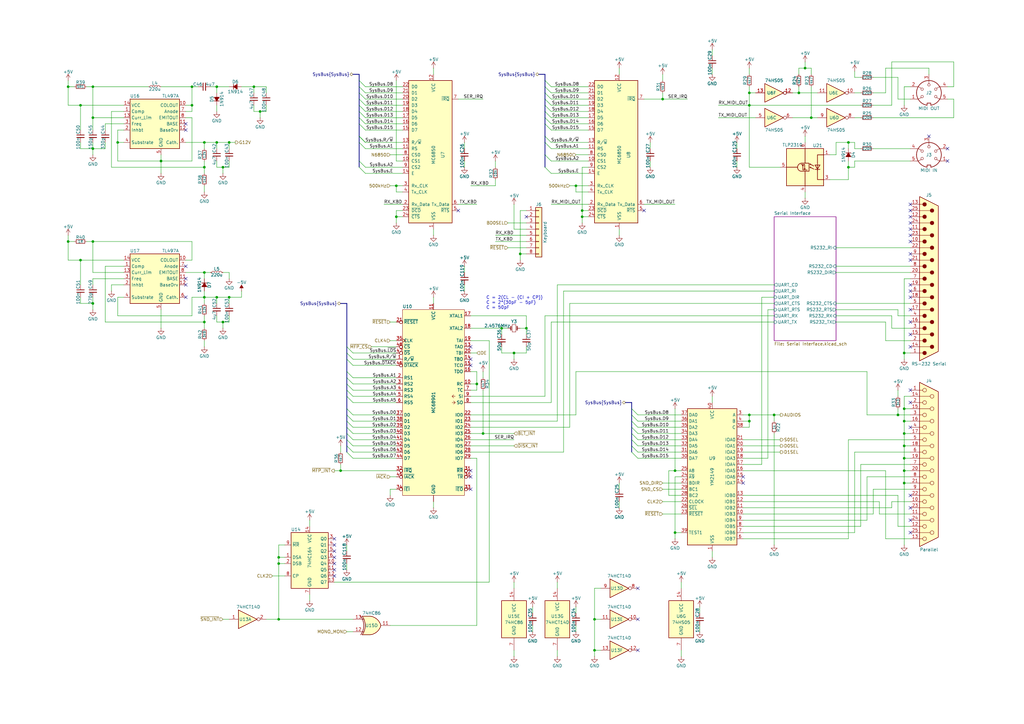
<source format=kicad_sch>
(kicad_sch (version 20250114) (generator "eeschema") (generator_version "9.0")
  (paper "A3")
  (text "C = 2(CL - (CI + CP))\nC = 2*(30pF - 5pF)\nC = 50pF" (at 199.39 127 0) (effects (font (size 1.27 1.27)) (justify left bottom)))
  (junction (at 276.86 193.04))
  (junction (at 33.02 106.68))
  (junction (at 236.22 76.2))
  (junction (at 83.82 58.42))
  (junction (at 370.84 193.04))
  (junction (at 307.34 38.1))
  (junction (at 106.68 45.72))
  (junction (at 195.58 157.48))
  (junction (at 370.84 144.78))
  (junction (at 83.82 132.08))
  (junction (at 78.74 35.56))
  (junction (at 213.36 104.14))
  (junction (at 114.3 231.14))
  (junction (at 215.9 134.62))
  (junction (at 139.7 193.04))
  (junction (at 162.56 76.2))
  (junction (at 307.34 43.18))
  (junction (at 307.34 170.18))
  (junction (at 162.56 88.9))
  (junction (at 238.76 88.9))
  (junction (at 83.82 121.92))
  (junction (at 271.78 40.64))
  (junction (at 114.3 228.6))
  (junction (at 370.84 182.88))
  (junction (at 91.44 68.58))
  (junction (at 48.26 58.42))
  (junction (at 243.84 254))
  (junction (at 78.74 43.18))
  (junction (at 198.12 177.8))
  (junction (at 27.94 35.56))
  (junction (at 88.9 58.42))
  (junction (at 88.9 35.56))
  (junction (at 27.94 99.06))
  (junction (at 276.86 218.44))
  (junction (at 38.1 124.46))
  (junction (at 38.1 60.96))
  (junction (at 370.84 177.8))
  (junction (at 93.98 58.42))
  (junction (at 88.9 121.92))
  (junction (at 66.04 66.04))
  (junction (at 370.84 187.96))
  (junction (at 243.84 266.7))
  (junction (at 238.76 86.36))
  (junction (at 307.34 172.72))
  (junction (at 210.82 144.78))
  (junction (at 33.02 43.18))
  (junction (at 370.84 198.12))
  (junction (at 83.82 68.58))
  (junction (at 332.74 48.26))
  (junction (at 38.1 48.26))
  (junction (at 370.84 167.64))
  (junction (at 327.66 38.1))
  (junction (at 83.82 111.76))
  (junction (at 205.74 134.62))
  (junction (at 370.84 172.72))
  (junction (at 38.1 99.06))
  (junction (at 330.2 27.94))
  (junction (at 104.14 35.56))
  (junction (at 347.98 68.58))
  (junction (at 317.5 170.18))
  (junction (at 93.98 121.92))
  (junction (at 38.1 35.56))
  (junction (at 114.3 254))
  (junction (at 368.3 170.18))
  (junction (at 91.44 132.08))
  (junction (at 347.98 58.42))
  (no_connect (at 215.9 88.9))
  (no_connect (at 193.04 193.04))
  (no_connect (at 373.38 86.36))
  (no_connect (at 137.16 233.68))
  (no_connect (at 388.62 66.04))
  (no_connect (at 373.38 93.98))
  (no_connect (at 76.2 50.8))
  (no_connect (at 373.38 160.02))
  (no_connect (at 193.04 200.66))
  (no_connect (at 373.38 119.38))
  (no_connect (at 373.38 116.84))
  (no_connect (at 373.38 106.68))
  (no_connect (at 137.16 220.98))
  (no_connect (at 76.2 114.3))
  (no_connect (at 373.38 132.08))
  (no_connect (at 373.38 142.24))
  (no_connect (at 373.38 137.16))
  (no_connect (at 193.04 149.86))
  (no_connect (at 261.62 266.7))
  (no_connect (at 373.38 203.2))
  (no_connect (at 137.16 236.22))
  (no_connect (at 381 55.88))
  (no_connect (at 137.16 228.6))
  (no_connect (at 373.38 83.82))
  (no_connect (at 373.38 165.1))
  (no_connect (at 304.8 198.12))
  (no_connect (at 304.8 195.58))
  (no_connect (at 373.38 208.28))
  (no_connect (at 373.38 96.52))
  (no_connect (at 373.38 91.44))
  (no_connect (at 264.16 86.36))
  (no_connect (at 373.38 175.26))
  (no_connect (at 373.38 121.92))
  (no_connect (at 193.04 195.58))
  (no_connect (at 76.2 116.84))
  (no_connect (at 261.62 241.3))
  (no_connect (at 373.38 88.9))
  (no_connect (at 137.16 223.52))
  (no_connect (at 261.62 254))
  (no_connect (at 373.38 218.44))
  (no_connect (at 373.38 99.06))
  (no_connect (at 388.62 60.96))
  (no_connect (at 373.38 104.14))
  (no_connect (at 76.2 121.92))
  (no_connect (at 373.38 213.36))
  (no_connect (at 137.16 231.14))
  (no_connect (at 193.04 142.24))
  (no_connect (at 76.2 53.34))
  (no_connect (at 373.38 127))
  (no_connect (at 76.2 109.22))
  (no_connect (at 137.16 226.06))
  (no_connect (at 193.04 147.32))
  (no_connect (at 187.96 86.36))
  (bus_entry (at 147.32 58.42) (size 2.54 2.54))
  (bus_entry (at 223.52 58.42) (size 2.54 2.54))
  (bus_entry (at 142.24 182.88) (size 2.54 2.54))
  (bus_entry (at 142.24 167.64) (size 2.54 2.54))
  (bus_entry (at 259.08 175.26) (size 2.54 2.54))
  (bus_entry (at 147.32 68.58) (size 2.54 2.54))
  (bus_entry (at 147.32 45.72) (size 2.54 2.54))
  (bus_entry (at 142.24 142.24) (size 2.54 2.54))
  (bus_entry (at 259.08 185.42) (size 2.54 2.54))
  (bus_entry (at 147.32 48.26) (size 2.54 2.54))
  (bus_entry (at 147.32 35.56) (size 2.54 2.54))
  (bus_entry (at 223.52 55.88) (size 2.54 2.54))
  (bus_entry (at 223.52 63.5) (size 2.54 2.54))
  (bus_entry (at 223.52 45.72) (size 2.54 2.54))
  (bus_entry (at 142.24 147.32) (size 2.54 2.54))
  (bus_entry (at 142.24 152.4) (size 2.54 2.54))
  (bus_entry (at 223.52 48.26) (size 2.54 2.54))
  (bus_entry (at 147.32 50.8) (size 2.54 2.54))
  (bus_entry (at 147.32 40.64) (size 2.54 2.54))
  (bus_entry (at 142.24 162.56) (size 2.54 2.54))
  (bus_entry (at 147.32 55.88) (size 2.54 2.54))
  (bus_entry (at 223.52 68.58) (size 2.54 2.54))
  (bus_entry (at 223.52 43.18) (size 2.54 2.54))
  (bus_entry (at 142.24 154.94) (size 2.54 2.54))
  (bus_entry (at 142.24 175.26) (size 2.54 2.54))
  (bus_entry (at 142.24 160.02) (size 2.54 2.54))
  (bus_entry (at 147.32 55.88) (size 2.54 2.54))
  (bus_entry (at 259.08 182.88) (size 2.54 2.54))
  (bus_entry (at 223.52 50.8) (size 2.54 2.54))
  (bus_entry (at 142.24 185.42) (size 2.54 2.54))
  (bus_entry (at 223.52 38.1) (size 2.54 2.54))
  (bus_entry (at 147.32 66.04) (size 2.54 2.54))
  (bus_entry (at 142.24 144.78) (size 2.54 2.54))
  (bus_entry (at 142.24 170.18) (size 2.54 2.54))
  (bus_entry (at 147.32 43.18) (size 2.54 2.54))
  (bus_entry (at 223.52 40.64) (size 2.54 2.54))
  (bus_entry (at 223.52 33.02) (size 2.54 2.54))
  (bus_entry (at 142.24 180.34) (size 2.54 2.54))
  (bus_entry (at 259.08 180.34) (size 2.54 2.54))
  (bus_entry (at 259.08 167.64) (size 2.54 2.54))
  (bus_entry (at 142.24 177.8) (size 2.54 2.54))
  (bus_entry (at 259.08 172.72) (size 2.54 2.54))
  (bus_entry (at 259.08 177.8) (size 2.54 2.54))
  (bus_entry (at 147.32 38.1) (size 2.54 2.54))
  (bus_entry (at 259.08 170.18) (size 2.54 2.54))
  (bus_entry (at 223.52 35.56) (size 2.54 2.54))
  (bus_entry (at 147.32 33.02) (size 2.54 2.54))
  (bus_entry (at 142.24 172.72) (size 2.54 2.54))
  (bus_entry (at 142.24 157.48) (size 2.54 2.54))
  (bus (pts (xy 142.24 162.56) (xy 142.24 167.64)))
  (wire (pts (xy 33.02 43.18) (xy 27.94 43.18)))
  (wire (pts (xy 193.04 162.56) (xy 223.52 162.56)))
  (wire (pts (xy 43.18 109.22) (xy 43.18 132.08)))
  (bus (pts (xy 147.32 35.56) (xy 147.32 38.1)))
  (wire (pts (xy 190.5 116.84) (xy 190.5 119.38)))
  (wire (pts (xy 350.52 38.1) (xy 353.06 38.1)))
  (wire (pts (xy 160.02 139.7) (xy 162.56 139.7)))
  (wire (pts (xy 347.98 66.04) (xy 347.98 68.58)))
  (bus (pts (xy 142.24 182.88) (xy 142.24 185.42)))
  (bus (pts (xy 259.08 180.34) (xy 259.08 182.88)))
  (wire (pts (xy 353.06 190.5) (xy 373.38 190.5)))
  (wire (pts (xy 50.8 45.72) (xy 45.72 45.72)))
  (bus (pts (xy 223.52 33.02) (xy 223.52 35.56)))
  (wire (pts (xy 325.12 48.26) (xy 332.74 48.26)))
  (wire (pts (xy 370.84 182.88) (xy 370.84 187.96)))
  (wire (pts (xy 149.86 50.8) (xy 165.1 50.8)))
  (wire (pts (xy 160.02 132.08) (xy 162.56 132.08)))
  (wire (pts (xy 243.84 241.3) (xy 246.38 241.3)))
  (wire (pts (xy 320.04 68.58) (xy 307.34 68.58)))
  (wire (pts (xy 391.16 25.4) (xy 391.16 35.56)))
  (wire (pts (xy 327.66 27.94) (xy 327.66 30.48)))
  (wire (pts (xy 294.64 48.26) (xy 309.88 48.26)))
  (bus (pts (xy 223.52 35.56) (xy 223.52 38.1)))
  (bus (pts (xy 259.08 175.26) (xy 259.08 177.8)))
  (wire (pts (xy 50.8 114.3) (xy 38.1 114.3)))
  (wire (pts (xy 162.56 88.9) (xy 165.1 88.9)))
  (bus (pts (xy 259.08 170.18) (xy 259.08 172.72)))
  (wire (pts (xy 203.2 66.04) (xy 203.2 68.58)))
  (wire (pts (xy 271.78 30.48) (xy 271.78 33.02)))
  (wire (pts (xy 365.76 25.4) (xy 365.76 43.18)))
  (wire (pts (xy 111.76 236.22) (xy 116.84 236.22)))
  (wire (pts (xy 368.3 160.02) (xy 368.3 162.56)))
  (wire (pts (xy 350.52 48.26) (xy 353.06 48.26)))
  (wire (pts (xy 307.34 38.1) (xy 309.88 38.1)))
  (wire (pts (xy 226.06 60.96) (xy 241.3 60.96)))
  (bus (pts (xy 259.08 165.1) (xy 259.08 167.64)))
  (wire (pts (xy 38.1 35.56) (xy 38.1 48.26)))
  (wire (pts (xy 93.98 58.42) (xy 88.9 58.42)))
  (wire (pts (xy 142.24 259.08) (xy 144.78 259.08)))
  (wire (pts (xy 78.74 35.56) (xy 78.74 43.18)))
  (wire (pts (xy 368.3 129.54) (xy 368.3 127)))
  (wire (pts (xy 93.98 121.92) (xy 99.06 121.92)))
  (wire (pts (xy 226.06 66.04) (xy 241.3 66.04)))
  (wire (pts (xy 91.44 111.76) (xy 93.98 111.76)))
  (wire (pts (xy 88.9 129.54) (xy 88.9 132.08)))
  (bus (pts (xy 142.24 142.24) (xy 142.24 144.78)))
  (wire (pts (xy 228.6 266.7) (xy 228.6 269.24)))
  (wire (pts (xy 114.3 231.14) (xy 116.84 231.14)))
  (wire (pts (xy 48.26 58.42) (xy 48.26 66.04)))
  (wire (pts (xy 205.74 134.62) (xy 208.28 134.62)))
  (wire (pts (xy 226.06 35.56) (xy 241.3 35.56)))
  (wire (pts (xy 350.52 66.04) (xy 373.38 66.04)))
  (wire (pts (xy 363.22 27.94) (xy 363.22 38.1)))
  (wire (pts (xy 50.8 58.42) (xy 48.26 58.42)))
  (bus (pts (xy 259.08 167.64) (xy 259.08 170.18)))
  (wire (pts (xy 149.86 58.42) (xy 165.1 58.42)))
  (wire (pts (xy 104.14 35.56) (xy 104.14 38.1)))
  (wire (pts (xy 193.04 144.78) (xy 195.58 144.78)))
  (wire (pts (xy 360.68 205.74) (xy 304.8 205.74)))
  (wire (pts (xy 144.78 180.34) (xy 162.56 180.34)))
  (wire (pts (xy 165.1 86.36) (xy 162.56 86.36)))
  (bus (pts (xy 142.24 175.26) (xy 142.24 177.8)))
  (bus (pts (xy 147.32 66.04) (xy 147.32 68.58)))
  (wire (pts (xy 388.62 35.56) (xy 391.16 35.56)))
  (wire (pts (xy 238.76 91.44) (xy 238.76 88.9)))
  (wire (pts (xy 368.3 170.18) (xy 368.3 167.64)))
  (wire (pts (xy 43.18 50.8) (xy 50.8 50.8)))
  (wire (pts (xy 83.82 111.76) (xy 86.36 111.76)))
  (wire (pts (xy 177.8 27.94) (xy 177.8 30.48)))
  (wire (pts (xy 43.18 53.34) (xy 43.18 50.8)))
  (wire (pts (xy 347.98 220.98) (xy 347.98 180.34)))
  (wire (pts (xy 144.78 160.02) (xy 162.56 160.02)))
  (wire (pts (xy 304.8 180.34) (xy 320.04 180.34)))
  (wire (pts (xy 358.14 60.96) (xy 373.38 60.96)))
  (wire (pts (xy 149.86 60.96) (xy 165.1 60.96)))
  (wire (pts (xy 243.84 266.7) (xy 243.84 254)))
  (wire (pts (xy 271.78 210.82) (xy 279.4 210.82)))
  (wire (pts (xy 91.44 132.08) (xy 93.98 132.08)))
  (wire (pts (xy 190.5 58.42) (xy 190.5 60.96)))
  (wire (pts (xy 38.1 48.26) (xy 38.1 53.34)))
  (wire (pts (xy 332.74 35.56) (xy 332.74 48.26)))
  (wire (pts (xy 38.1 60.96) (xy 38.1 63.5)))
  (wire (pts (xy 149.86 53.34) (xy 165.1 53.34)))
  (wire (pts (xy 365.76 134.62) (xy 365.76 129.54)))
  (wire (pts (xy 195.58 157.48) (xy 195.58 160.02)))
  (wire (pts (xy 149.86 68.58) (xy 165.1 68.58)))
  (wire (pts (xy 304.8 193.04) (xy 363.22 193.04)))
  (wire (pts (xy 226.06 40.64) (xy 241.3 40.64)))
  (bus (pts (xy 142.24 152.4) (xy 142.24 154.94)))
  (wire (pts (xy 142.24 231.14) (xy 142.24 233.68)))
  (bus (pts (xy 142.24 154.94) (xy 142.24 157.48)))
  (wire (pts (xy 83.82 76.2) (xy 83.82 78.74)))
  (wire (pts (xy 66.04 66.04) (xy 66.04 71.12)))
  (wire (pts (xy 139.7 182.88) (xy 139.7 185.42)))
  (wire (pts (xy 226.06 83.82) (xy 241.3 83.82)))
  (wire (pts (xy 231.14 119.38) (xy 317.5 119.38)))
  (wire (pts (xy 236.22 63.5) (xy 241.3 63.5)))
  (wire (pts (xy 193.04 182.88) (xy 210.82 182.88)))
  (wire (pts (xy 350.52 31.75) (xy 353.06 31.75)))
  (wire (pts (xy 226.06 50.8) (xy 241.3 50.8)))
  (wire (pts (xy 210.82 144.78) (xy 215.9 144.78)))
  (wire (pts (xy 350.52 58.42) (xy 347.98 58.42)))
  (wire (pts (xy 238.76 86.36) (xy 241.3 86.36)))
  (wire (pts (xy 304.8 185.42) (xy 320.04 185.42)))
  (wire (pts (xy 370.84 43.18) (xy 370.84 35.56)))
  (wire (pts (xy 60.96 35.56) (xy 38.1 35.56)))
  (wire (pts (xy 302.26 58.42) (xy 302.26 60.96)))
  (wire (pts (xy 50.8 111.76) (xy 38.1 111.76)))
  (wire (pts (xy 304.8 187.96) (xy 314.96 187.96)))
  (wire (pts (xy 373.38 144.78) (xy 370.84 144.78)))
  (wire (pts (xy 198.12 177.8) (xy 198.12 160.02)))
  (wire (pts (xy 243.84 254) (xy 243.84 241.3)))
  (wire (pts (xy 373.38 40.64) (xy 368.3 40.64)))
  (wire (pts (xy 381 27.94) (xy 363.22 27.94)))
  (wire (pts (xy 370.84 167.64) (xy 373.38 167.64)))
  (wire (pts (xy 254 205.74) (xy 254 208.28)))
  (wire (pts (xy 88.9 132.08) (xy 91.44 132.08)))
  (wire (pts (xy 355.6 170.18) (xy 368.3 170.18)))
  (wire (pts (xy 33.02 124.46) (xy 38.1 124.46)))
  (wire (pts (xy 307.34 43.18) (xy 353.06 43.18)))
  (wire (pts (xy 43.18 132.08) (xy 83.82 132.08)))
  (wire (pts (xy 144.78 157.48) (xy 162.56 157.48)))
  (wire (pts (xy 307.34 175.26) (xy 307.34 172.72)))
  (wire (pts (xy 307.34 68.58) (xy 307.34 43.18)))
  (wire (pts (xy 363.22 132.08) (xy 342.9 132.08)))
  (wire (pts (xy 350.52 68.58) (xy 350.52 66.04)))
  (wire (pts (xy 373.38 185.42) (xy 350.52 185.42)))
  (wire (pts (xy 48.26 129.54) (xy 78.74 129.54)))
  (wire (pts (xy 193.04 76.2) (xy 203.2 76.2)))
  (wire (pts (xy 370.84 35.56) (xy 373.38 35.56)))
  (wire (pts (xy 292.1 162.56) (xy 292.1 165.1)))
  (wire (pts (xy 304.8 182.88) (xy 320.04 182.88)))
  (wire (pts (xy 187.96 83.82) (xy 195.58 83.82)))
  (wire (pts (xy 213.36 86.36) (xy 215.9 86.36)))
  (wire (pts (xy 76.2 111.76) (xy 83.82 111.76)))
  (wire (pts (xy 144.78 170.18) (xy 162.56 170.18)))
  (bus (pts (xy 223.52 45.72) (xy 223.52 48.26)))
  (wire (pts (xy 144.78 185.42) (xy 162.56 185.42)))
  (wire (pts (xy 193.04 185.42) (xy 231.14 185.42)))
  (wire (pts (xy 347.98 68.58) (xy 350.52 68.58)))
  (wire (pts (xy 78.74 129.54) (xy 78.74 121.92)))
  (wire (pts (xy 177.8 121.92) (xy 177.8 124.46)))
  (wire (pts (xy 228.6 172.72) (xy 228.6 116.84)))
  (wire (pts (xy 236.22 152.4) (xy 355.6 152.4)))
  (wire (pts (xy 261.62 187.96) (xy 279.4 187.96)))
  (wire (pts (xy 210.82 144.78) (xy 210.82 147.32)))
  (bus (pts (xy 142.24 172.72) (xy 142.24 175.26)))
  (wire (pts (xy 198.12 152.4) (xy 198.12 154.94)))
  (wire (pts (xy 45.72 45.72) (xy 45.72 68.58)))
  (wire (pts (xy 279.4 195.58) (xy 276.86 195.58)))
  (wire (pts (xy 226.06 132.08) (xy 226.06 165.1)))
  (wire (pts (xy 373.38 139.7) (xy 363.22 139.7)))
  (bus (pts (xy 220.98 30.48) (xy 223.52 30.48)))
  (wire (pts (xy 190.5 109.22) (xy 190.5 111.76)))
  (wire (pts (xy 317.5 170.18) (xy 320.04 170.18)))
  (wire (pts (xy 27.94 33.02) (xy 27.94 35.56)))
  (wire (pts (xy 193.04 187.96) (xy 195.58 187.96)))
  (wire (pts (xy 358.14 43.18) (xy 365.76 43.18)))
  (wire (pts (xy 381 30.48) (xy 381 27.94)))
  (wire (pts (xy 205.74 134.62) (xy 205.74 137.16)))
  (wire (pts (xy 50.8 106.68) (xy 33.02 106.68)))
  (wire (pts (xy 76.2 58.42) (xy 83.82 58.42)))
  (wire (pts (xy 35.56 99.06) (xy 38.1 99.06)))
  (wire (pts (xy 276.86 218.44) (xy 279.4 218.44)))
  (wire (pts (xy 205.74 142.24) (xy 205.74 144.78)))
  (wire (pts (xy 358.14 210.82) (xy 358.14 200.66)))
  (wire (pts (xy 241.3 68.58) (xy 238.76 68.58)))
  (wire (pts (xy 86.36 35.56) (xy 88.9 35.56)))
  (wire (pts (xy 78.74 35.56) (xy 81.28 35.56)))
  (wire (pts (xy 271.78 38.1) (xy 271.78 40.64)))
  (wire (pts (xy 347.98 180.34) (xy 373.38 180.34)))
  (wire (pts (xy 279.4 266.7) (xy 279.4 269.24)))
  (wire (pts (xy 368.3 31.75) (xy 358.14 31.75)))
  (wire (pts (xy 233.68 76.2) (xy 236.22 76.2)))
  (wire (pts (xy 271.78 198.12) (xy 279.4 198.12)))
  (wire (pts (xy 149.86 35.56) (xy 165.1 35.56)))
  (wire (pts (xy 236.22 76.2) (xy 241.3 76.2)))
  (wire (pts (xy 226.06 45.72) (xy 241.3 45.72)))
  (wire (pts (xy 243.84 269.24) (xy 243.84 266.7)))
  (bus (pts (xy 147.32 30.48) (xy 147.32 33.02)))
  (wire (pts (xy 88.9 58.42) (xy 83.82 58.42)))
  (wire (pts (xy 144.78 172.72) (xy 162.56 172.72)))
  (wire (pts (xy 88.9 35.56) (xy 93.98 35.56)))
  (bus (pts (xy 223.52 63.5) (xy 223.52 68.58)))
  (wire (pts (xy 317.5 170.18) (xy 317.5 172.72)))
  (wire (pts (xy 162.56 33.02) (xy 162.56 66.04)))
  (wire (pts (xy 304.8 210.82) (xy 358.14 210.82)))
  (wire (pts (xy 76.2 45.72) (xy 78.74 45.72)))
  (wire (pts (xy 368.3 127) (xy 342.9 127)))
  (wire (pts (xy 48.26 66.04) (xy 66.04 66.04)))
  (wire (pts (xy 373.38 134.62) (xy 365.76 134.62)))
  (wire (pts (xy 38.1 60.96) (xy 43.18 60.96)))
  (wire (pts (xy 177.8 93.98) (xy 177.8 96.52)))
  (wire (pts (xy 88.9 35.56) (xy 88.9 38.1)))
  (wire (pts (xy 358.14 48.26) (xy 391.16 48.26)))
  (wire (pts (xy 342.9 109.22) (xy 373.38 109.22)))
  (wire (pts (xy 88.9 43.18) (xy 88.9 45.72)))
  (wire (pts (xy 43.18 58.42) (xy 43.18 60.96)))
  (wire (pts (xy 213.36 104.14) (xy 215.9 104.14)))
  (wire (pts (xy 292.1 20.32) (xy 292.1 22.86)))
  (wire (pts (xy 149.86 40.64) (xy 165.1 40.64)))
  (wire (pts (xy 370.84 144.78) (xy 370.84 147.32)))
  (wire (pts (xy 325.12 38.1) (xy 327.66 38.1)))
  (wire (pts (xy 368.3 31.75) (xy 368.3 40.64)))
  (wire (pts (xy 38.1 114.3) (xy 38.1 116.84)))
  (wire (pts (xy 365.76 25.4) (xy 391.16 25.4)))
  (bus (pts (xy 223.52 55.88) (xy 223.52 58.42)))
  (bus (pts (xy 147.32 48.26) (xy 147.32 50.8)))
  (wire (pts (xy 327.66 35.56) (xy 327.66 38.1)))
  (wire (pts (xy 304.8 175.26) (xy 307.34 175.26)))
  (wire (pts (xy 228.6 238.76) (xy 228.6 241.3)))
  (wire (pts (xy 200.66 139.7) (xy 193.04 139.7)))
  (bus (pts (xy 147.32 58.42) (xy 147.32 66.04)))
  (wire (pts (xy 144.78 147.32) (xy 162.56 147.32)))
  (wire (pts (xy 236.22 170.18) (xy 236.22 152.4)))
  (wire (pts (xy 88.9 60.96) (xy 88.9 58.42)))
  (wire (pts (xy 370.84 223.52) (xy 370.84 198.12)))
  (wire (pts (xy 350.52 29.21) (xy 350.52 31.75)))
  (wire (pts (xy 50.8 53.34) (xy 48.26 53.34)))
  (wire (pts (xy 78.74 43.18) (xy 76.2 43.18)))
  (bus (pts (xy 142.24 160.02) (xy 142.24 162.56)))
  (wire (pts (xy 149.86 48.26) (xy 165.1 48.26)))
  (wire (pts (xy 83.82 132.08) (xy 83.82 129.54)))
  (wire (pts (xy 93.98 66.04) (xy 93.98 68.58)))
  (wire (pts (xy 193.04 152.4) (xy 195.58 152.4)))
  (wire (pts (xy 287.02 248.92) (xy 287.02 251.46)))
  (wire (pts (xy 144.78 154.94) (xy 162.56 154.94)))
  (wire (pts (xy 223.52 129.54) (xy 317.5 129.54)))
  (wire (pts (xy 261.62 182.88) (xy 279.4 182.88)))
  (wire (pts (xy 370.84 177.8) (xy 370.84 182.88)))
  (wire (pts (xy 33.02 60.96) (xy 38.1 60.96)))
  (bus (pts (xy 223.52 43.18) (xy 223.52 45.72)))
  (bus (pts (xy 147.32 43.18) (xy 147.32 45.72)))
  (wire (pts (xy 236.22 78.74) (xy 236.22 76.2)))
  (wire (pts (xy 78.74 48.26) (xy 78.74 66.04)))
  (wire (pts (xy 307.34 35.56) (xy 307.34 38.1)))
  (wire (pts (xy 233.68 124.46) (xy 317.5 124.46)))
  (wire (pts (xy 226.06 53.34) (xy 241.3 53.34)))
  (wire (pts (xy 340.36 63.5) (xy 342.9 63.5)))
  (wire (pts (xy 114.3 254) (xy 109.22 254)))
  (wire (pts (xy 370.84 114.3) (xy 370.84 144.78)))
  (wire (pts (xy 254 198.12) (xy 254 200.66)))
  (wire (pts (xy 106.68 45.72) (xy 106.68 48.26)))
  (wire (pts (xy 50.8 109.22) (xy 43.18 109.22)))
  (wire (pts (xy 144.78 182.88) (xy 162.56 182.88)))
  (wire (pts (xy 193.04 175.26) (xy 233.68 175.26)))
  (wire (pts (xy 294.64 43.18) (xy 307.34 43.18)))
  (wire (pts (xy 78.74 106.68) (xy 78.74 99.06)))
  (wire (pts (xy 271.78 200.66) (xy 279.4 200.66)))
  (wire (pts (xy 104.14 35.56) (xy 99.06 35.56)))
  (wire (pts (xy 373.38 193.04) (xy 370.84 193.04)))
  (bus (pts (xy 142.24 167.64) (xy 142.24 170.18)))
  (wire (pts (xy 38.1 124.46) (xy 38.1 121.92)))
  (wire (pts (xy 363.22 139.7) (xy 363.22 132.08)))
  (wire (pts (xy 33.02 121.92) (xy 33.02 124.46)))
  (wire (pts (xy 373.38 170.18) (xy 368.3 170.18)))
  (bus (pts (xy 139.7 124.46) (xy 142.24 124.46)))
  (wire (pts (xy 365.76 129.54) (xy 342.9 129.54)))
  (wire (pts (xy 144.78 175.26) (xy 162.56 175.26)))
  (wire (pts (xy 149.86 71.12) (xy 165.1 71.12)))
  (wire (pts (xy 226.06 71.12) (xy 241.3 71.12)))
  (wire (pts (xy 342.9 101.6) (xy 373.38 101.6)))
  (bus (pts (xy 223.52 48.26) (xy 223.52 50.8)))
  (wire (pts (xy 330.2 55.88) (xy 330.2 58.42)))
  (wire (pts (xy 33.02 58.42) (xy 33.02 60.96)))
  (wire (pts (xy 373.38 195.58) (xy 355.6 195.58)))
  (wire (pts (xy 66.04 35.56) (xy 78.74 35.56)))
  (wire (pts (xy 261.62 172.72) (xy 279.4 172.72)))
  (bus (pts (xy 142.24 147.32) (xy 142.24 152.4)))
  (wire (pts (xy 226.06 48.26) (xy 241.3 48.26)))
  (wire (pts (xy 292.1 27.94) (xy 292.1 30.48)))
  (wire (pts (xy 391.16 40.64) (xy 388.62 40.64)))
  (wire (pts (xy 226.06 43.18) (xy 241.3 43.18)))
  (wire (pts (xy 144.78 162.56) (xy 162.56 162.56)))
  (wire (pts (xy 45.72 116.84) (xy 45.72 119.38)))
  (wire (pts (xy 238.76 88.9) (xy 241.3 88.9)))
  (wire (pts (xy 210.82 83.82) (xy 210.82 93.98)))
  (wire (pts (xy 66.04 127) (xy 66.04 134.62)))
  (wire (pts (xy 317.5 177.8) (xy 317.5 223.52)))
  (wire (pts (xy 27.94 35.56) (xy 27.94 43.18)))
  (wire (pts (xy 50.8 116.84) (xy 45.72 116.84)))
  (wire (pts (xy 276.86 193.04) (xy 279.4 193.04)))
  (wire (pts (xy 355.6 213.36) (xy 304.8 213.36)))
  (wire (pts (xy 109.22 35.56) (xy 104.14 35.56)))
  (wire (pts (xy 78.74 99.06) (xy 38.1 99.06)))
  (wire (pts (xy 203.2 73.66) (xy 203.2 76.2)))
  (wire (pts (xy 177.8 205.74) (xy 177.8 208.28)))
  (wire (pts (xy 187.96 40.64) (xy 198.12 40.64)))
  (wire (pts (xy 162.56 88.9) (xy 162.56 91.44)))
  (wire (pts (xy 93.98 58.42) (xy 96.52 58.42)))
  (wire (pts (xy 50.8 48.26) (xy 38.1 48.26)))
  (wire (pts (xy 83.82 58.42) (xy 83.82 60.96)))
  (bus (pts (xy 147.32 55.88) (xy 147.32 58.42)))
  (wire (pts (xy 27.94 35.56) (xy 30.48 35.56)))
  (wire (pts (xy 304.8 215.9) (xy 353.06 215.9)))
  (wire (pts (xy 264.16 40.64) (xy 271.78 40.64)))
  (wire (pts (xy 304.8 190.5) (xy 312.42 190.5)))
  (wire (pts (xy 200.66 139.7) (xy 200.66 238.76)))
  (wire (pts (xy 330.2 25.4) (xy 330.2 27.94)))
  (wire (pts (xy 109.22 38.1) (xy 109.22 35.56)))
  (wire (pts (xy 236.22 248.92) (xy 236.22 251.46)))
  (wire (pts (xy 274.32 203.2) (xy 274.32 193.04)))
  (wire (pts (xy 157.48 83.82) (xy 165.1 83.82)))
  (wire (pts (xy 276.86 218.44) (xy 276.86 220.98)))
  (wire (pts (xy 114.3 231.14) (xy 114.3 254)))
  (wire (pts (xy 307.34 170.18) (xy 317.5 170.18)))
  (wire (pts (xy 314.96 187.96) (xy 314.96 127)))
  (wire (pts (xy 165.1 78.74) (xy 162.56 78.74)))
  (wire (pts (xy 266.7 66.04) (xy 266.7 68.58)))
  (wire (pts (xy 304.8 172.72) (xy 307.34 172.72)))
  (wire (pts (xy 50.8 43.18) (xy 33.02 43.18)))
  (wire (pts (xy 342.9 63.5) (xy 342.9 58.42)))
  (wire (pts (xy 88.9 121.92) (xy 83.82 121.92)))
  (wire (pts (xy 370.84 167.64) (xy 370.84 172.72)))
  (wire (pts (xy 27.94 99.06) (xy 30.48 99.06)))
  (wire (pts (xy 350.52 218.44) (xy 304.8 218.44)))
  (wire (pts (xy 342.9 124.46) (xy 373.38 124.46)))
  (wire (pts (xy 363.22 38.1) (xy 358.14 38.1)))
  (wire (pts (xy 360.68 210.82) (xy 360.68 205.74)))
  (wire (pts (xy 160.02 256.54) (xy 195.58 256.54)))
  (wire (pts (xy 373.38 210.82) (xy 360.68 210.82)))
  (wire (pts (xy 370.84 187.96) (xy 370.84 193.04)))
  (wire (pts (xy 368.3 215.9) (xy 368.3 203.2)))
  (wire (pts (xy 373.38 129.54) (xy 368.3 129.54)))
  (wire (pts (xy 104.14 45.72) (xy 106.68 45.72)))
  (wire (pts (xy 373.38 187.96) (xy 370.84 187.96)))
  (wire (pts (xy 66.04 63.5) (xy 66.04 66.04)))
  (bus (pts (xy 223.52 30.48) (xy 223.52 33.02)))
  (wire (pts (xy 33.02 106.68) (xy 27.94 106.68)))
  (wire (pts (xy 261.62 175.26) (xy 279.4 175.26)))
  (wire (pts (xy 213.36 104.14) (xy 213.36 86.36)))
  (wire (pts (xy 327.66 38.1) (xy 335.28 38.1)))
  (wire (pts (xy 210.82 93.98) (xy 215.9 93.98)))
  (wire (pts (xy 142.24 223.52) (xy 142.24 226.06)))
  (wire (pts (xy 162.56 78.74) (xy 162.56 76.2)))
  (wire (pts (xy 83.82 71.12) (xy 83.82 68.58)))
  (bus (pts (xy 142.24 157.48) (xy 142.24 160.02)))
  (wire (pts (xy 226.06 58.42) (xy 241.3 58.42)))
  (wire (pts (xy 48.26 121.92) (xy 48.26 129.54)))
  (wire (pts (xy 276.86 167.64) (xy 276.86 193.04)))
  (wire (pts (xy 363.22 220.98) (xy 373.38 220.98)))
  (wire (pts (xy 83.82 119.38) (xy 83.82 121.92)))
  (wire (pts (xy 243.84 266.7) (xy 246.38 266.7)))
  (wire (pts (xy 88.9 66.04) (xy 88.9 68.58)))
  (wire (pts (xy 261.62 170.18) (xy 279.4 170.18)))
  (wire (pts (xy 198.12 177.8) (xy 210.82 177.8)))
  (wire (pts (xy 330.2 78.74) (xy 330.2 81.28)))
  (bus (pts (xy 259.08 172.72) (xy 259.08 175.26)))
  (wire (pts (xy 88.9 121.92) (xy 93.98 121.92)))
  (wire (pts (xy 109.22 43.18) (xy 109.22 45.72)))
  (wire (pts (xy 144.78 165.1) (xy 162.56 165.1)))
  (wire (pts (xy 365.76 208.28) (xy 365.76 205.74)))
  (wire (pts (xy 208.28 101.6) (xy 215.9 101.6)))
  (wire (pts (xy 292.1 226.06) (xy 292.1 228.6)))
  (wire (pts (xy 203.2 96.52) (xy 215.9 96.52)))
  (wire (pts (xy 218.44 248.92) (xy 218.44 251.46)))
  (wire (pts (xy 370.84 198.12) (xy 373.38 198.12)))
  (wire (pts (xy 91.44 132.08) (xy 91.44 134.62)))
  (wire (pts (xy 215.9 142.24) (xy 215.9 144.78)))
  (wire (pts (xy 93.98 60.96) (xy 93.98 58.42)))
  (wire (pts (xy 83.82 139.7) (xy 83.82 142.24)))
  (wire (pts (xy 104.14 43.18) (xy 104.14 45.72)))
  (wire (pts (xy 139.7 190.5) (xy 139.7 193.04)))
  (wire (pts (xy 193.04 170.18) (xy 236.22 170.18)))
  (wire (pts (xy 254 27.94) (xy 254 30.48)))
  (wire (pts (xy 261.62 177.8) (xy 279.4 177.8)))
  (wire (pts (xy 193.04 129.54) (xy 215.9 129.54)))
  (wire (pts (xy 213.36 134.62) (xy 215.9 134.62)))
  (wire (pts (xy 83.82 111.76) (xy 83.82 114.3)))
  (wire (pts (xy 35.56 35.56) (xy 38.1 35.56)))
  (wire (pts (xy 114.3 228.6) (xy 116.84 228.6)))
  (wire (pts (xy 195.58 187.96) (xy 195.58 256.54)))
  (wire (pts (xy 370.84 172.72) (xy 370.84 177.8)))
  (wire (pts (xy 144.78 149.86) (xy 162.56 149.86)))
  (wire (pts (xy 226.06 38.1) (xy 241.3 38.1)))
  (wire (pts (xy 88.9 124.46) (xy 88.9 121.92)))
  (wire (pts (xy 350.52 60.96) (xy 350.52 58.42)))
  (wire (pts (xy 350.52 185.42) (xy 350.52 218.44)))
  (wire (pts (xy 215.9 129.54) (xy 215.9 134.62)))
  (wire (pts (xy 27.94 96.52) (xy 27.94 99.06)))
  (wire (pts (xy 307.34 27.94) (xy 307.34 30.48)))
  (wire (pts (xy 261.62 185.42) (xy 279.4 185.42)))
  (wire (pts (xy 304.8 208.28) (xy 365.76 208.28)))
  (bus (pts (xy 223.52 38.1) (xy 223.52 40.64)))
  (wire (pts (xy 91.44 254) (xy 93.98 254)))
  (wire (pts (xy 342.9 111.76) (xy 373.38 111.76)))
  (wire (pts (xy 93.98 111.76) (xy 93.98 114.3)))
  (wire (pts (xy 208.28 91.44) (xy 215.9 91.44)))
  (wire (pts (xy 88.9 68.58) (xy 91.44 68.58)))
  (wire (pts (xy 368.3 203.2) (xy 304.8 203.2)))
  (wire (pts (xy 160.02 195.58) (xy 162.56 195.58)))
  (wire (pts (xy 238.76 88.9) (xy 238.76 86.36)))
  (wire (pts (xy 226.06 165.1) (xy 193.04 165.1)))
  (wire (pts (xy 137.16 193.04) (xy 139.7 193.04)))
  (wire (pts (xy 76.2 106.68) (xy 78.74 106.68)))
  (wire (pts (xy 213.36 106.68) (xy 213.36 104.14)))
  (wire (pts (xy 45.72 68.58) (xy 83.82 68.58)))
  (wire (pts (xy 370.84 193.04) (xy 370.84 198.12)))
  (bus (pts (xy 223.52 40.64) (xy 223.52 43.18)))
  (wire (pts (xy 149.86 43.18) (xy 165.1 43.18)))
  (wire (pts (xy 373.38 182.88) (xy 370.84 182.88)))
  (wire (pts (xy 231.14 185.42) (xy 231.14 119.38)))
  (wire (pts (xy 241.3 78.74) (xy 236.22 78.74)))
  (wire (pts (xy 162.56 86.36) (xy 162.56 88.9)))
  (wire (pts (xy 307.34 43.18) (xy 307.34 38.1)))
  (wire (pts (xy 312.42 190.5) (xy 312.42 121.92)))
  (wire (pts (xy 78.74 45.72) (xy 78.74 43.18)))
  (wire (pts (xy 266.7 58.42) (xy 266.7 60.96)))
  (wire (pts (xy 193.04 134.62) (xy 205.74 134.62)))
  (wire (pts (xy 33.02 43.18) (xy 33.02 53.34)))
  (wire (pts (xy 391.16 48.26) (xy 391.16 40.64)))
  (wire (pts (xy 38.1 99.06) (xy 38.1 111.76)))
  (wire (pts (xy 193.04 180.34) (xy 210.82 180.34)))
  (bus (pts (xy 142.24 177.8) (xy 142.24 180.34)))
  (wire (pts (xy 83.82 121.92) (xy 83.82 124.46)))
  (bus (pts (xy 256.54 165.1) (xy 259.08 165.1)))
  (wire (pts (xy 149.86 38.1) (xy 165.1 38.1)))
  (wire (pts (xy 193.04 177.8) (xy 198.12 177.8)))
  (wire (pts (xy 243.84 254) (xy 246.38 254)))
  (wire (pts (xy 205.74 144.78) (xy 210.82 144.78)))
  (wire (pts (xy 127 243.84) (xy 127 246.38)))
  (wire (pts (xy 332.74 48.26) (xy 335.28 48.26)))
  (wire (pts (xy 353.06 215.9) (xy 353.06 190.5)))
  (bus (pts (xy 147.32 50.8) (xy 147.32 55.88)))
  (wire (pts (xy 228.6 116.84) (xy 317.5 116.84)))
  (wire (pts (xy 91.44 68.58) (xy 93.98 68.58)))
  (bus (pts (xy 147.32 40.64) (xy 147.32 43.18)))
  (wire (pts (xy 347.98 68.58) (xy 347.98 73.66)))
  (wire (pts (xy 307.34 170.18) (xy 304.8 170.18)))
  (bus (pts (xy 147.32 33.02) (xy 147.32 35.56)))
  (wire (pts (xy 149.86 45.72) (xy 165.1 45.72)))
  (wire (pts (xy 144.78 144.78) (xy 162.56 144.78)))
  (wire (pts (xy 195.58 152.4) (xy 195.58 157.48)))
  (wire (pts (xy 314.96 127) (xy 317.5 127)))
  (wire (pts (xy 139.7 193.04) (xy 162.56 193.04)))
  (wire (pts (xy 93.98 124.46) (xy 93.98 121.92)))
  (wire (pts (xy 254 93.98) (xy 254 96.52)))
  (wire (pts (xy 271.78 40.64) (xy 281.94 40.64)))
  (wire (pts (xy 355.6 195.58) (xy 355.6 213.36)))
  (wire (pts (xy 78.74 66.04) (xy 66.04 66.04)))
  (wire (pts (xy 78.74 121.92) (xy 83.82 121.92)))
  (wire (pts (xy 144.78 177.8) (xy 162.56 177.8)))
  (wire (pts (xy 114.3 228.6) (xy 114.3 231.14)))
  (wire (pts (xy 91.44 68.58) (xy 91.44 71.12)))
  (wire (pts (xy 279.4 203.2) (xy 274.32 203.2)))
  (wire (pts (xy 203.2 99.06) (xy 215.9 99.06)))
  (wire (pts (xy 152.4 142.24) (xy 162.56 142.24)))
  (wire (pts (xy 99.06 121.92) (xy 99.06 119.38)))
  (wire (pts (xy 373.38 215.9) (xy 368.3 215.9)))
  (wire (pts (xy 370.84 177.8) (xy 373.38 177.8)))
  (wire (pts (xy 127 213.36) (xy 127 215.9)))
  (wire (pts (xy 274.32 193.04) (xy 276.86 193.04)))
  (wire (pts (xy 287.02 256.54) (xy 287.02 259.08)))
  (wire (pts (xy 342.9 58.42) (xy 347.98 58.42)))
  (wire (pts (xy 160.02 63.5) (xy 165.1 63.5)))
  (wire (pts (xy 210.82 266.7) (xy 210.82 269.24)))
  (wire (pts (xy 83.82 66.04) (xy 83.82 68.58)))
  (wire (pts (xy 363.22 193.04) (xy 363.22 220.98)))
  (bus (pts (xy 144.78 30.48) (xy 147.32 30.48)))
  (wire (pts (xy 365.76 205.74) (xy 373.38 205.74)))
  (wire (pts (xy 162.56 76.2) (xy 165.1 76.2)))
  (bus (pts (xy 147.32 38.1) (xy 147.32 40.64)))
  (wire (pts (xy 358.14 200.66) (xy 373.38 200.66)))
  (wire (pts (xy 276.86 195.58) (xy 276.86 218.44)))
  (wire (pts (xy 160.02 76.2) (xy 162.56 76.2)))
  (wire (pts (xy 304.8 220.98) (xy 347.98 220.98)))
  (wire (pts (xy 370.84 172.72) (xy 373.38 172.72)))
  (wire (pts (xy 114.3 254) (xy 144.78 254)))
  (wire (pts (xy 38.1 58.42) (xy 38.1 60.96)))
  (bus (pts (xy 147.32 45.72) (xy 147.32 48.26)))
  (bus (pts (xy 223.52 58.42) (xy 223.52 63.5)))
  (bus (pts (xy 142.24 170.18) (xy 142.24 172.72)))
  (wire (pts (xy 233.68 175.26) (xy 233.68 124.46)))
  (bus (pts (xy 142.24 180.34) (xy 142.24 182.88)))
  (wire (pts (xy 332.74 30.48) (xy 332.74 27.94)))
  (wire (pts (xy 193.04 157.48) (xy 195.58 157.48)))
  (wire (pts (xy 76.2 48.26) (xy 78.74 48.26)))
  (wire (pts (xy 355.6 152.4) (xy 355.6 170.18)))
  (wire (pts (xy 264.16 83.82) (xy 276.86 83.82)))
  (wire (pts (xy 114.3 223.52) (xy 116.84 223.52)))
  (wire (pts (xy 210.82 238.76) (xy 210.82 241.3)))
  (wire (pts (xy 162.56 66.04) (xy 165.1 66.04)))
  (wire (pts (xy 261.62 180.34) (xy 279.4 180.34)))
  (wire (pts (xy 195.58 160.02) (xy 193.04 160.02)))
  (wire (pts (xy 223.52 162.56) (xy 223.52 129.54)))
  (wire (pts (xy 340.36 73.66) (xy 347.98 73.66)))
  (wire (pts (xy 312.42 121.92) (xy 317.5 121.92)))
  (wire (pts (xy 27.94 106.68) (xy 27.94 99.06)))
  (wire (pts (xy 93.98 129.54) (xy 93.98 132.08)))
  (wire (pts (xy 317.5 132.08) (xy 226.06 132.08)))
  (wire (pts (xy 33.02 106.68) (xy 33.02 116.84)))
  (wire (pts (xy 160.02 200.66) (xy 162.56 200.66)))
  (wire (pts (xy 137.16 238.76) (xy 200.66 238.76)))
  (wire (pts (xy 370.84 162.56) (xy 370.84 167.64)))
  (wire (pts (xy 83.82 132.08) (xy 83.82 134.62)))
  (wire (pts (xy 353.06 60.96) (xy 350.52 60.96)))
  (wire (pts (xy 38.1 124.46) (xy 38.1 127)))
  (wire (pts (xy 215.9 134.62) (xy 215.9 137.16)))
  (wire (pts (xy 279.4 238.76) (xy 279.4 241.3)))
  (wire (pts (xy 373.38 114.3) (xy 370.84 114.3)))
  (wire (pts (xy 330.2 27.94) (xy 327.66 27.94)))
  (bus (pts (xy 142.24 144.78) (xy 142.24 147.32)))
  (wire (pts (xy 332.74 27.94) (xy 330.2 27.94)))
  (wire (pts (xy 160.02 203.2) (xy 160.02 200.66)))
  (wire (pts (xy 218.44 256.54) (xy 218.44 259.08)))
  (wire (pts (xy 190.5 66.04) (xy 190.5 68.58)))
  (wire (pts (xy 48.26 53.34) (xy 48.26 58.42)))
  (wire (pts (xy 114.3 223.52) (xy 114.3 228.6)))
  (wire (pts (xy 50.8 121.92) (xy 48.26 121.92)))
  (wire (pts (xy 144.78 187.96) (xy 162.56 187.96)))
  (wire (pts (xy 307.34 170.18) (xy 307.34 172.72)))
  (wire (pts (xy 109.22 45.72) (xy 106.68 45.72)))
  (wire (pts (xy 373.38 162.56) (xy 370.84 162.56)))
  (wire (pts (xy 271.78 205.74) (xy 279.4 205.74)))
  (wire (pts (xy 193.04 172.72) (xy 228.6 172.72)))
  (wire (pts (xy 236.22 256.54) (xy 236.22 259.08)))
  (wire (pts (xy 347.98 58.42) (xy 347.98 60.96)))
  (wire (pts (xy 238.76 68.58) (xy 238.76 86.36)))
  (wire (pts (xy 302.26 66.04) (xy 302.26 68.58)))
  (bus (pts (xy 223.52 50.8) (xy 223.52 55.88)))
  (bus (pts (xy 259.08 177.8) (xy 259.08 180.34)))
  (bus (pts (xy 142.24 124.46) (xy 142.24 142.24)))
  (bus (pts (xy 259.08 182.88) (xy 259.08 185.42)))
  (label "SER_IRQ" (at 281.94 40.64 180))
  (label "SysBus.D12" (at 274.32 180.34 180))
  (label "SysBus.D13" (at 237.49 48.26 180))
  (label "TX_MIDI_OUT" (at 294.64 48.26 0))
  (label "SysBus.D13" (at 161.29 48.26 180))
  (label "TX_KBD" (at 195.58 83.82 180))
  (label "SysBus.D14" (at 237.49 50.8 180))
  (label "SER_IRQ" (at 210.82 180.34 180))
  (label "SysBus.A3" (at 162.56 160.02 180))
  (label "SysBus.D5" (at 162.56 182.88 180))
  (label "SysBus.A4" (at 162.56 162.56 180))
  (label "SysBus.A1" (at 162.56 154.94 180))
  (label "SysBus.D14" (at 274.32 185.42 180))
  (label "SysBus.D10" (at 274.32 175.26 180))
  (label "SysBus.D8" (at 274.32 170.18 180))
  (label "SysBus.D15" (at 274.32 187.96 180))
  (label "SysBus.D2" (at 162.56 175.26 180))
  (label "SysBus.D12" (at 237.49 45.72 180))
  (label "RX_MIDI_OUT" (at 294.64 43.18 0))
  (label "SysBus.D8" (at 161.29 35.56 180))
  (label "SysBus.A2" (at 162.56 157.48 180))
  (label "TX_MIDI_OUT" (at 276.86 83.82 180))
  (label "SysBus.R{slash}~{W}" (at 161.29 58.42 180))
  (label "SysBus.D15" (at 161.29 53.34 180))
  (label "SysBus.D9" (at 161.29 38.1 180))
  (label "SysBus.D11" (at 274.32 177.8 180))
  (label "SysBus.D9" (at 274.32 172.72 180))
  (label "RX_KBD" (at 157.48 83.82 0))
  (label "SER_IRQ" (at 198.12 40.64 180))
  (label "SysBus.A1" (at 161.29 60.96 180))
  (label "SysBus.D10" (at 237.49 40.64 180))
  (label "RX_KBD" (at 193.04 76.2 0))
  (label "SysBus.D12" (at 161.29 45.72 180))
  (label "SysBus.D7" (at 162.56 187.96 180))
  (label "SysBus.E" (at 161.29 71.12 180))
  (label "RX_MIDI_OUT" (at 226.06 83.82 0))
  (label "SysBus.D8" (at 237.49 35.56 180))
  (label "SysBus.D11" (at 237.49 43.18 180))
  (label "SysBus.D14" (at 161.29 50.8 180))
  (label "SysBus.D4" (at 162.56 180.34 180))
  (label "SysBus.A2" (at 161.29 68.58 180))
  (label "SysBus.D15" (at 237.49 53.34 180))
  (label "SysBus.D9" (at 237.49 38.1 180))
  (label "RX_KBD" (at 203.2 96.52 0))
  (label "SysBus.E" (at 237.49 71.12 180))
  (label "SysBus.D3" (at 162.56 177.8 180))
  (label "SysBus.~{LDS}" (at 162.56 144.78 180))
  (label "SysBus.~{DTACK}" (at 162.56 149.86 180))
  (label "SysBus.A2" (at 237.49 66.04 180))
  (label "SysBus.R{slash}~{W}" (at 162.56 147.32 180))
  (label "TX_KBD" (at 203.2 99.06 0))
  (label "SysBus.D6" (at 162.56 185.42 180))
  (label "SysBus.R{slash}~{W}" (at 237.49 58.42 180))
  (label "SysBus.D0" (at 162.56 170.18 180))
  (label "SysBus.D1" (at 162.56 172.72 180))
  (label "SysBus.D11" (at 161.29 43.18 180))
  (label "SysBus.A5" (at 162.56 165.1 180))
  (label "SysBus.A1" (at 237.49 60.96 180))
  (label "SysBus.D13" (at 274.32 182.88 180))
  (label "SysBus.D10" (at 161.29 40.64 180))
  (hierarchical_label "D1SEL" (shape output) (at 320.04 185.42 0))
  (hierarchical_label "~{MFP_CS}" (shape input) (at 152.4 142.24 180))
  (hierarchical_label "SysBus{SysBus}" (shape bidirectional) (at 144.78 30.48 180))
  (hierarchical_label "500kHz" (shape input) (at 233.68 76.2 180))
  (hierarchical_label "~{SND_INT}" (shape input) (at 91.44 254 180))
  (hierarchical_label "SND_DIR" (shape input) (at 271.78 198.12 180))
  (hierarchical_label "DE" (shape input) (at 195.58 144.78 0))
  (hierarchical_label "~{RESET}" (shape input) (at 271.78 210.82 180))
  (hierarchical_label "SysBus{SysBus}" (shape bidirectional) (at 256.54 165.1 180))
  (hierarchical_label "N6850" (shape input) (at 160.02 63.5 180))
  (hierarchical_label "SND_CS" (shape input) (at 271.78 200.66 180))
  (hierarchical_label "D0SEL" (shape output) (at 320.04 182.88 0))
  (hierarchical_label "CLK4" (shape input) (at 160.02 139.7 180))
  (hierarchical_label "SysBus{SysBus}" (shape bidirectional) (at 220.98 30.48 180))
  (hierarchical_label "SysBus{SysBus}" (shape bidirectional) (at 139.7 124.46 180))
  (hierarchical_label "~{RESET}" (shape input) (at 208.28 101.6 180))
  (hierarchical_label "CLK2" (shape input) (at 271.78 205.74 180))
  (hierarchical_label "~{RESET}" (shape input) (at 160.02 132.08 180))
  (hierarchical_label "AUDIOS" (shape output) (at 320.04 170.18 0))
  (hierarchical_label "MONO_MON" (shape input) (at 142.24 259.08 180))
  (hierarchical_label "~{MFP_INT}" (shape output) (at 137.16 193.04 180))
  (hierarchical_label "S0SEL" (shape output) (at 320.04 180.34 0))
  (hierarchical_label "N6850" (shape input) (at 236.22 63.5 180))
  (hierarchical_label "G12V" (shape output) (at 96.52 58.42 0))
  (hierarchical_label "CLK2" (shape input) (at 111.76 236.22 180))
  (hierarchical_label "~{BLT_INT}" (shape input) (at 210.82 177.8 0))
  (hierarchical_label "~{IACK}" (shape input) (at 160.02 195.58 180))
  (hierarchical_label "500kHz" (shape input) (at 160.02 76.2 180))
  (hierarchical_label "BD0SEL" (shape input) (at 208.28 91.44 180))
  (hierarchical_label "~{DISK_INT}" (shape input) (at 210.82 182.88 0))
  (symbol (lib_id "power:GND") (at 292.1 30.48 0) (unit 1)
    (property "Reference" "#PWR057" (effects (hide yes)))
    (property "Value" "GND" (at 292.1 34.29 0))
    (property "Description" "Power symbol creates a global label with name \"GND\" , ground" (effects (hide yes)))
  )
  (symbol (lib_id "Device:R_Small") (at 198.12 157.48 0) (mirror y) (unit 1)
    (property "Reference" "R34" (at 199.136 157.48 90) (effects (justify bottom)))
    (property "Value" "4k7" (at 198.12 157.48 90) (effects (font (size 1.016 1.016))))
    (property "Footprint" "rhais_rcl:R0603" (effects (hide yes)))
    (property "Description" "Resistor, small symbol" (effects (hide yes)))
  )
  (symbol (lib_id "power:+5V") (at 292.1 20.32 0) (unit 1)
    (property "Reference" "#PWR58" (effects (hide yes)))
    (property "Value" "+5V" (at 292.1 16.764 0))
    (property "Description" "Power symbol creates a global label with name \"+5V\"" (effects (hide yes)))
  )
  (symbol (lib_id "74xx:74LS04") (at 101.6 254 0) (unit 1)
    (property "Reference" "U13" (at 100.584 254 0))
    (property "Value" "74HCT14D" (at 101.854 248.92 0))
    (property "Footprint" "rhais_package-smd:SO-14_3.9x8.65mm_P1.27mm" (effects (hide yes)))
    (property "Datasheet" "https://assets.nexperia.com/documents/data-sheet/74HC_HCT14.pdf" (effects (hide yes)))
    (property "Description" "Hex Inverter" (effects (hide yes)))
    (property "MFR" "Nexperia" (effects (hide yes)))
    (property "MPN" "74HCT14D,653" (effects (hide yes)))
    (property "OC_FARNELL" "1201304" (effects (hide yes)))
  )
  (symbol (lib_id "power:GND") (at 91.44 134.62 0) (unit 1)
    (property "Reference" "#PWR097" (effects (hide yes)))
    (property "Value" "GND" (at 91.44 138.43 0))
    (property "Description" "Power symbol creates a global label with name \"GND\" , ground" (effects (hide yes)))
  )
  (symbol (lib_id "Device:C_Small") (at 38.1 119.38 0) (unit 1)
    (property "Reference" "C49" (at 37.846 118.618 90) (effects (justify left bottom)))
    (property "Value" "270p" (at 37.846 119.888 90) (effects (justify right bottom)))
    (property "Footprint" "rhais_rcl:C0603" (effects (hide yes)))
    (property "Description" "Unpolarized capacitor, small symbol" (effects (hide yes)))
  )
  (symbol (lib_id "power:GND") (at 160.02 203.2 0) (unit 1)
    (property "Reference" "#PWR085" (effects (hide yes)))
    (property "Value" "GND" (at 160.02 207.01 0))
    (property "Description" "Power symbol creates a global label with name \"GND\" , ground" (effects (hide yes)))
  )
  (symbol (lib_id "Device:R_Small") (at 355.6 48.26 270) (unit 1)
    (property "Reference" "R25" (at 355.6 47.244 90) (effects (justify bottom)))
    (property "Value" "220R" (at 355.6 48.26 90) (effects (font (size 1.016 1.016))))
    (property "Footprint" "rhais_rcl:R0603" (effects (hide yes)))
    (property "Description" "Resistor, small symbol" (effects (hide yes)))
  )
  (symbol (lib_id "Device:C_Small") (at 215.9 139.7 0) (mirror y) (unit 1)
    (property "Reference" "C37" (at 216.154 138.938 90) (effects (justify left bottom)))
    (property "Value" "50p" (at 216.154 140.208 90) (effects (justify right bottom)))
    (property "Footprint" "rhais_rcl:C0603" (effects (hide yes)))
    (property "Description" "Unpolarized capacitor, small symbol" (effects (hide yes)))
  )
  (symbol (lib_id "power:GND") (at 83.82 78.74 0) (unit 1)
    (property "Reference" "#PWR095" (effects (hide yes)))
    (property "Value" "GND" (at 83.82 82.55 0))
    (property "Description" "Power symbol creates a global label with name \"GND\" , ground" (effects (hide yes)))
  )
  (symbol (lib_id "power:+5V") (at 236.22 248.92 0) (unit 1)
    (property "Reference" "#PWR81" (effects (hide yes)))
    (property "Value" "+5V" (at 236.22 245.364 0))
    (property "Description" "Power symbol creates a global label with name \"+5V\"" (effects (hide yes)))
  )
  (symbol (lib_id "power:GND") (at 218.44 259.08 0) (unit 1)
    (property "Reference" "#PWR084" (effects (hide yes)))
    (property "Value" "GND" (at 218.44 262.89 0))
    (property "Description" "Power symbol creates a global label with name \"GND\" , ground" (effects (hide yes)))
  )
  (symbol (lib_id "power:+5V") (at 254 27.94 0) (unit 1)
    (property "Reference" "#PWR34" (effects (hide yes)))
    (property "Value" "+5V" (at 254 24.384 0))
    (property "Description" "Power symbol creates a global label with name \"+5V\"" (effects (hide yes)))
  )
  (symbol (lib_id "power:GND") (at 190.5 119.38 0) (unit 1)
    (property "Reference" "#PWR0287" (effects (hide yes)))
    (property "Value" "GND" (at 190.5 123.19 0))
    (property "Description" "Power symbol creates a global label with name \"GND\" , ground" (effects (hide yes)))
  )
  (symbol (lib_id "dragonmux:MC68901") (at 177.8 165.1 0) (unit 1)
    (property "Reference" "U10" (at 165.1 125.73 0) (effects (justify left)))
    (property "Value" "MC68901" (at 177.8 165.1 90))
    (property "Footprint" "rhais_package-dip:DIP-48_W15.24mm_Socket" (effects (hide yes)))
    (property "Datasheet" "https://www.nxp.com/docs/en/reference-manual/MC68901UM.pdf" (effects (hide yes)))
    (property "MFR" "Multicomp" (effects (hide yes)))
    (property "MPN" "SPC15558" (effects (hide yes)))
    (property "OC_FARNELL" "1183623" (effects (hide yes)))
  )
  (symbol (lib_id "Device:C_Small") (at 292.1 25.4 0) (unit 1)
    (property "Reference" "C29" (at 291.846 24.638 90) (effects (justify left bottom)))
    (property "Value" "100n" (at 291.846 25.908 90) (effects (justify right bottom)))
    (property "Footprint" "rhais_rcl:C0603" (effects (hide yes)))
    (property "Description" "Unpolarized capacitor, small symbol" (effects (hide yes)))
  )
  (symbol (lib_id "power:GND") (at 330.2 81.28 0) (unit 1)
    (property "Reference" "#PWR0299" (effects (hide yes)))
    (property "Value" "GND" (at 330.2 85.09 0))
    (property "Description" "Power symbol creates a global label with name \"GND\" , ground" (effects (hide yes)))
  )
  (symbol (lib_id "74xx:74LS06") (at 317.5 38.1 0) (unit 6)
    (property "Reference" "U6" (at 316.484 38.1 0))
    (property "Value" "74HS05" (at 317.5 33.02 0))
    (property "Footprint" "rhais_package-smd:SO-14_3.9x8.65mm_P1.27mm" (effects (hide yes)))
    (property "Datasheet" "https://www.ti.com/lit/ds/symlink/sn74hc05.pdf" (effects (hide yes)))
    (property "Description" "Inverter Open Collect" (effects (hide yes)))
    (property "MFR" "TI" (effects (hide yes)))
    (property "MPN" "SN74HC05DR" (effects (hide yes)))
    (property "OC_FARNELL" "3120437" (effects (hide yes)))
  )
  (symbol (lib_id "Device:L_Small") (at 63.5 35.56 90) (unit 1)
    (property "Reference" "L4" (at 63.5 34.798 90) (effects (justify top)))
    (property "Value" "220u" (at 63.5 35.814 90) (effects (justify bottom)))
    (property "Description" "Inductor, small symbol" (effects (hide yes)))
  )
  (symbol (lib_id "power:+5V") (at 330.2 25.4 0) (unit 1)
    (property "Reference" "#PWR49" (effects (hide yes)))
    (property "Value" "+5V" (at 330.2 21.844 0))
    (property "Description" "Power symbol creates a global label with name \"+5V\"" (effects (hide yes)))
  )
  (symbol (lib_id "74xx:74LS04") (at 254 254 0) (unit 5)
    (property "Reference" "U13" (at 252.984 254 0))
    (property "Value" "74HCT14D" (at 254 248.92 0))
    (property "Footprint" "rhais_package-smd:SO-14_3.9x8.65mm_P1.27mm" (effects (hide yes)))
    (property "Datasheet" "https://assets.nexperia.com/documents/data-sheet/74HC_HCT14.pdf" (effects (hide yes)))
    (property "Description" "Hex Inverter" (effects (hide yes)))
    (property "MFR" "Nexperia" (effects (hide yes)))
    (property "MPN" "74HCT14D,653" (effects (hide yes)))
    (property "OC_FARNELL" "1201304" (effects (hide yes)))
  )
  (symbol (lib_id "Device:C_Small") (at 33.02 55.88 0) (unit 1)
    (property "Reference" "C50" (at 32.766 55.118 90) (effects (justify left bottom)))
    (property "Value" "100n" (at 32.766 56.388 90) (effects (justify right bottom)))
    (property "Footprint" "rhais_rcl:C0603" (effects (hide yes)))
    (property "Description" "Unpolarized capacitor, small symbol" (effects (hide yes)))
  )
  (symbol (lib_id "power:+5V") (at 139.7 182.88 0) (unit 1)
    (property "Reference" "#PWR88" (effects (hide yes)))
    (property "Value" "+5V" (at 139.7 179.324 0))
    (property "Description" "Power symbol creates a global label with name \"+5V\"" (effects (hide yes)))
  )
  (symbol (lib_id "power:+5V") (at 177.8 27.94 0) (unit 1)
    (property "Reference" "#PWR33" (effects (hide yes)))
    (property "Value" "+5V" (at 177.8 24.384 0))
    (property "Description" "Power symbol creates a global label with name \"+5V\"" (effects (hide yes)))
  )
  (symbol (lib_id "Regulator_Switching:TL497A") (at 63.5 50.8 0) (unit 1)
    (property "Reference" "U16" (at 53.34 39.37 0) (effects (justify left)))
    (property "Value" "TL497A" (at 73.406 39.37 0) (effects (justify right)))
    (property "Datasheet" "http://www.ti.com/lit/ds/symlink/tl497a.pdf" (effects (hide yes)))
    (property "Description" "500mA step up/step down switching regulator" (effects (hide yes)))
  )
  (symbol (lib_id "power:+5V") (at 210.82 238.76 0) (unit 1)
    (property "Reference" "#PWR79" (effects (hide yes)))
    (property "Value" "+5V" (at 210.82 235.204 0))
    (property "Description" "Power symbol creates a global label with name \"+5V\"" (effects (hide yes)))
  )
  (symbol (lib_id "Isolator:TLP2310") (at 330.2 68.58 0) (mirror y) (unit 1)
    (property "Reference" "U21" (at 337.312 59.69 0) (effects (justify left)))
    (property "Value" "TLP2310" (at 329.184 59.436 0) (effects (justify left)))
    (property "Footprint" "Package_SO:SO-5-6_4.55x3.7mm_P1.27mm" (effects (hide yes)))
    (property "Datasheet" "https://toshiba.semicon-storage.com/info/TLP2310_datasheet_en_20220913.pdf?did=29657&prodName=TLP2310" (effects (hide yes)))
    (property "Description" "15-Mbps low-power non inverting photocouple, 3.75 kVrms, 2.7 - 5.5 Vdd, push-pull output" (effects (hide yes)))
    (property "MFR" "Toshiba" (effects (hide yes)))
    (property "MPN" "TLP2363(TPL,E(T" (effects (hide yes)))
    (property "OC_FARNELL" "4242573" (effects (hide yes)))
  )
  (symbol (lib_id "Device:R_Small") (at 307.34 33.02 0) (unit 1)
    (property "Reference" "R29" (at 306.324 33.02 90) (effects (justify bottom)))
    (property "Value" "4k7" (at 307.34 33.02 90) (effects (font (size 1.016 1.016))))
    (property "Footprint" "rhais_rcl:R0603" (effects (hide yes)))
    (property "Description" "Resistor, small symbol" (effects (hide yes)))
  )
  (symbol (lib_id "power:GND") (at 292.1 228.6 0) (unit 1)
    (property "Reference" "#PWR038" (effects (hide yes)))
    (property "Value" "GND" (at 292.1 232.41 0))
    (property "Description" "Power symbol creates a global label with name \"GND\" , ground" (effects (hide yes)))
  )
  (symbol (lib_id "Device:D_Small_Filled") (at 88.9 40.64 90) (unit 1)
    (property "Reference" "D5" (at 86.868 40.64 0))
    (property "Value" "1N914" (at 90.932 40.64 0))
    (property "Footprint" "Diode_SMD:D_SOD-323F" (effects (hide yes)))
    (property "Datasheet" "https://www.onsemi.com/download/data-sheet/pdf/1n4148ws-d.pdf" (effects (hide yes)))
    (property "Description" "Diode, small symbol, filled shape" (effects (hide yes)))
    (property "MFR" "Onsemi" (effects (hide yes)))
    (property "MPN" "1N914BWS" (effects (hide yes)))
    (property "OC_FARNELL" "2453274" (effects (hide yes)))
  )
  (symbol (lib_id "power:+5V") (at 350.52 29.21 0) (unit 1)
    (property "Reference" "#PWR52" (effects (hide yes)))
    (property "Value" "+5V" (at 350.52 25.654 0))
    (property "Description" "Power symbol creates a global label with name \"+5V\"" (effects (hide yes)))
  )
  (symbol (lib_id "Device:C_Small") (at 88.9 63.5 0) (unit 1)
    (property "Reference" "C42" (at 88.646 62.738 90) (effects (justify left bottom)))
    (property "Value" "4u7" (at 88.646 64.008 90) (effects (justify right bottom)))
    (property "Footprint" "rhais_rcl:C0603" (effects (hide yes)))
    (property "Description" "Unpolarized capacitor, small symbol" (effects (hide yes)))
  )
  (symbol (lib_id "power:+5V") (at 198.12 152.4 0) (unit 1)
    (property "Reference" "#PWR74" (effects (hide yes)))
    (property "Value" "+5V" (at 198.12 148.844 0))
    (property "Description" "Power symbol creates a global label with name \"+5V\"" (effects (hide yes)))
  )
  (symbol (lib_id "74xx:74LS86") (at 210.82 254 0) (unit 5)
    (property "Reference" "U15" (at 210.82 252.73 0))
    (property "Value" "74HC86" (at 210.82 255.27 0))
    (property "Footprint" "rhais_package-smd:SO-14_3.9x8.65mm_P1.27mm" (effects (hide yes)))
    (property "Datasheet" "https://assets.nexperia.com/documents/data-sheet/74HC_HCT86.pdf" (effects (hide yes)))
    (property "Description" "Quad 2-input XOR" (effects (hide yes)))
    (property "MFR" "Nexperia" (effects (hide yes)))
    (property "MPN" "74HC86D,653" (effects (hide yes)))
    (property "OC_FARNELL" "1085331" (effects (hide yes)))
  )
  (symbol (lib_id "power:+5V") (at 27.94 96.52 0) (unit 1)
    (property "Reference" "#PWR101" (effects (hide yes)))
    (property "Value" "+5V" (at 27.94 92.964 0))
    (property "Description" "Power symbol creates a global label with name \"+5V\"" (effects (hide yes)))
  )
  (symbol (lib_id "power:GND") (at 370.84 223.52 0) (unit 1)
    (property "Reference" "#PWR048" (effects (hide yes)))
    (property "Value" "GND" (at 370.84 227.33 0))
    (property "Description" "Power symbol creates a global label with name \"GND\" , ground" (effects (hide yes)))
  )
  (symbol (lib_id "power:GND") (at 266.7 68.58 0) (unit 1)
    (property "Reference" "#PWR044" (effects (hide yes)))
    (property "Value" "GND" (at 266.7 72.39 0))
    (property "Description" "Power symbol creates a global label with name \"GND\" , ground" (effects (hide yes)))
  )
  (symbol (lib_id "power:+5V") (at 190.5 109.22 0) (unit 1)
    (property "Reference" "#PWR0286" (effects (hide yes)))
    (property "Value" "+5V" (at 190.5 105.664 0))
    (property "Description" "Power symbol creates a global label with name \"+5V\"" (effects (hide yes)))
  )
  (symbol (lib_id "Device:R_Small") (at 271.78 35.56 0) (unit 1)
    (property "Reference" "R31" (at 270.764 35.56 90) (effects (justify bottom)))
    (property "Value" "4k7" (at 271.78 35.56 90) (effects (font (size 1.016 1.016))))
    (property "Footprint" "rhais_rcl:R0603" (effects (hide yes)))
    (property "Description" "Resistor, small symbol" (effects (hide yes)))
  )
  (symbol (lib_id "power:GND") (at 88.9 45.72 0) (unit 1)
    (property "Reference" "#PWR099" (effects (hide yes)))
    (property "Value" "GND" (at 88.9 49.53 0))
    (property "Description" "Power symbol creates a global label with name \"GND\" , ground" (effects (hide yes)))
  )
  (symbol (lib_id "power:+5V") (at 307.34 27.94 0) (unit 1)
    (property "Reference" "#PWR59" (effects (hide yes)))
    (property "Value" "+5V" (at 307.34 24.384 0))
    (property "Description" "Power symbol creates a global label with name \"+5V\"" (effects (hide yes)))
  )
  (symbol (lib_id "power:+5V") (at 177.8 121.92 0) (unit 1)
    (property "Reference" "#PWR66" (effects (hide yes)))
    (property "Value" "+5V" (at 177.8 118.364 0))
    (property "Description" "Power symbol creates a global label with name \"+5V\"" (effects (hide yes)))
  )
  (symbol (lib_id "Device:R_Small") (at 33.02 35.56 270) (unit 1)
    (property "Reference" "R39" (at 33.02 34.544 90) (effects (justify bottom)))
    (property "Value" "5R1" (at 33.02 35.56 90) (effects (font (size 1.016 1.016))))
    (property "Footprint" "rhais_rcl:R0603" (effects (hide yes)))
    (property "Description" "Resistor, small symbol" (effects (hide yes)))
  )
  (symbol (lib_id "power:+5V") (at 27.94 33.02 0) (unit 1)
    (property "Reference" "#PWR89" (effects (hide yes)))
    (property "Value" "+5V" (at 27.94 29.464 0))
    (property "Description" "Power symbol creates a global label with name \"+5V\"" (effects (hide yes)))
  )
  (symbol (lib_id "power:+5V") (at 292.1 162.56 0) (unit 1)
    (property "Reference" "#PWR35" (effects (hide yes)))
    (property "Value" "+5V" (at 292.1 159.004 0))
    (property "Description" "Power symbol creates a global label with name \"+5V\"" (effects (hide yes)))
  )
  (symbol (lib_id "power:+5V") (at 162.56 33.02 0) (unit 1)
    (property "Reference" "#PWR61" (effects (hide yes)))
    (property "Value" "+5V" (at 162.56 29.464 0))
    (property "Description" "Power symbol creates a global label with name \"+5V\"" (effects (hide yes)))
  )
  (symbol (lib_id "power:GND") (at 254 208.28 0) (unit 1)
    (property "Reference" "#PWR040" (effects (hide yes)))
    (property "Value" "GND" (at 254 212.09 0))
    (property "Description" "Power symbol creates a global label with name \"GND\" , ground" (effects (hide yes)))
  )
  (symbol (lib_id "74xx:74LS04") (at 254 241.3 0) (unit 4)
    (property "Reference" "U13" (at 252.984 241.3 0))
    (property "Value" "74HCT14D" (at 254 236.22 0))
    (property "Footprint" "rhais_package-smd:SO-14_3.9x8.65mm_P1.27mm" (effects (hide yes)))
    (property "Datasheet" "https://assets.nexperia.com/documents/data-sheet/74HC_HCT14.pdf" (effects (hide yes)))
    (property "Description" "Hex Inverter" (effects (hide yes)))
    (property "MFR" "Nexperia" (effects (hide yes)))
    (property "MPN" "74HCT14D,653" (effects (hide yes)))
    (property "OC_FARNELL" "1201304" (effects (hide yes)))
  )
  (symbol (lib_id "Device:C_Small") (at 93.98 63.5 0) (unit 1)
    (property "Reference" "C43" (at 93.726 62.738 90) (effects (justify left bottom)))
    (property "Value" "100n" (at 93.726 64.008 90) (effects (justify right bottom)))
    (property "Footprint" "rhais_rcl:C0603" (effects (hide yes)))
    (property "Description" "Unpolarized capacitor, small symbol" (effects (hide yes)))
  )
  (symbol (lib_id "Device:C_Small") (at 83.82 35.56 90) (mirror x) (unit 1)
    (property "Reference" "C46" (at 83.058 35.306 90) (effects (justify left bottom)))
    (property "Value" "4u7" (at 84.328 35.306 90) (effects (justify right bottom)))
    (property "Footprint" "rhais_rcl:C0603" (effects (hide yes)))
    (property "Description" "Unpolarized capacitor, small symbol" (effects (hide yes)))
  )
  (symbol (lib_id "Device:D_Small_Filled") (at 83.82 116.84 270) (unit 1)
    (property "Reference" "D7" (at 85.852 116.84 0))
    (property "Value" "1N914" (at 81.788 116.84 0))
    (property "Footprint" "Diode_SMD:D_SOD-323F" (effects (hide yes)))
    (property "Datasheet" "https://www.onsemi.com/download/data-sheet/pdf/1n4148ws-d.pdf" (effects (hide yes)))
    (property "Description" "Diode, small symbol, filled shape" (effects (hide yes)))
    (property "MFR" "Onsemi" (effects (hide yes)))
    (property "MPN" "1N914BWS" (effects (hide yes)))
    (property "OC_FARNELL" "2453274" (effects (hide yes)))
  )
  (symbol (lib_id "power:+5V") (at 368.3 160.02 0) (unit 1)
    (property "Reference" "#PWR73" (effects (hide yes)))
    (property "Value" "+5V" (at 368.3 156.464 0))
    (property "Description" "Power symbol creates a global label with name \"+5V\"" (effects (hide yes)))
  )
  (symbol (lib_id "Device:D_Small_Filled") (at 347.98 63.5 270) (unit 1)
    (property "Reference" "D4" (at 350.012 63.5 0))
    (property "Value" "1N914" (at 345.948 63.5 0))
    (property "Footprint" "Diode_SMD:D_SOD-323F" (effects (hide yes)))
    (property "Datasheet" "https://www.onsemi.com/download/data-sheet/pdf/1n4148ws-d.pdf" (effects (hide yes)))
    (property "Description" "Diode, small symbol, filled shape" (effects (hide yes)))
    (property "MFR" "Onsemi" (effects (hide yes)))
    (property "MPN" "1N914BWS" (effects (hide yes)))
    (property "OC_FARNELL" "2453274" (effects (hide yes)))
  )
  (symbol (lib_id "Device:C_Small") (at 254 203.2 0) (unit 1)
    (property "Reference" "C25" (at 253.746 202.438 90) (effects (justify left bottom)))
    (property "Value" "100n" (at 253.746 203.708 90) (effects (justify right bottom)))
    (property "Footprint" "rhais_rcl:C0603" (effects (hide yes)))
    (property "Description" "Unpolarized capacitor, small symbol" (effects (hide yes)))
  )
  (symbol (lib_id "power:GND") (at 287.02 259.08 0) (unit 1)
    (property "Reference" "#PWR056" (effects (hide yes)))
    (property "Value" "GND" (at 287.02 262.89 0))
    (property "Description" "Power symbol creates a global label with name \"GND\" , ground" (effects (hide yes)))
  )
  (symbol (lib_id "power:GND") (at 177.8 96.52 0) (unit 1)
    (property "Reference" "#PWR036" (effects (hide yes)))
    (property "Value" "GND" (at 177.8 100.33 0))
    (property "Description" "Power symbol creates a global label with name \"GND\" , ground" (effects (hide yes)))
  )
  (symbol (lib_id "Connector_Generic:Conn_01x08") (at 220.98 93.98 0) (unit 1)
    (property "Reference" "J6" (at 220.98 83.82 0))
    (property "Value" "Keyboard" (at 223.52 95.25 90))
    (property "Footprint" "rhais_connector-pinheader:PinHeader_1x08_P2.54mm_Vertical" (effects (hide yes)))
    (property "Description" "Generic connector, single row, 01x08, script generated (kicad-library-utils/schlib/autogen/connector/)" (effects (hide yes)))
  )
  (symbol (lib_id "Device:C_Small") (at 142.24 228.6 0) (unit 1)
    (property "Reference" "C118" (at 141.986 227.838 90) (effects (justify left bottom)))
    (property "Value" "100n" (at 141.986 229.108 90) (effects (justify right bottom)))
    (property "Footprint" "rhais_rcl:C0603" (effects (hide yes)))
    (property "Description" "Unpolarized capacitor, small symbol" (effects (hide yes)))
  )
  (symbol (lib_id "Device:Crystal_Small") (at 210.82 134.62 0) (mirror y) (unit 1)
    (property "Reference" "Y3" (at 210.82 132.588 0) (effects (justify bottom)))
    (property "Value" "2.4576MHz" (at 209.296 133.604 0) (effects (justify left)))
    (property "Footprint" "rhais_osc:Crystal_HC49-U_Vertical" (effects (hide yes)))
    (property "Datasheet" "https://portal.iqdfrequencyproducts.com/products/pn/LFXTAL003044.pdf" (effects (hide yes)))
    (property "Description" "Two pin crystal, small symbol" (effects (hide yes)))
    (property "MFR" "IQD" (effects (hide yes)))
    (property "MPN" "LFXTAL003044" (effects (hide yes)))
    (property "OC_FARNELL" "9712704" (effects (hide yes)))
  )
  (symbol (lib_id "Device:R_Small") (at 355.6 38.1 270) (unit 1)
    (property "Reference" "R26" (at 355.6 37.084 90) (effects (justify bottom)))
    (property "Value" "220R" (at 355.6 38.1 90) (effects (font (size 1.016 1.016))))
    (property "Footprint" "rhais_rcl:R0603" (effects (hide yes)))
    (property "Description" "Resistor, small symbol" (effects (hide yes)))
  )
  (symbol (lib_id "power:-5V") (at 99.06 119.38 0) (unit 1)
    (property "Reference" "#PWR0106" (effects (hide yes)))
    (property "Value" "-5V" (at 99.06 115.824 0))
    (property "Description" "Power symbol creates a global label with name \"-5V\"" (effects (hide yes)))
  )
  (symbol (lib_id "Device:R_Small") (at 355.6 43.18 270) (unit 1)
    (property "Reference" "R27" (at 355.6 42.164 90) (effects (justify bottom)))
    (property "Value" "220R" (at 355.6 43.18 90) (effects (font (size 1.016 1.016))))
    (property "Footprint" "rhais_rcl:R0603" (effects (hide yes)))
    (property "Description" "Resistor, small symbol" (effects (hide yes)))
  )
  (symbol (lib_id "power:GND") (at 213.36 106.68 0) (unit 1)
    (property "Reference" "#PWR063" (effects (hide yes)))
    (property "Value" "GND" (at 213.36 110.49 0))
    (property "Description" "Power symbol creates a global label with name \"GND\" , ground" (effects (hide yes)))
  )
  (symbol (lib_id "74xx:74HC164") (at 127 228.6 0) (unit 1)
    (property "Reference" "U14" (at 119.38 217.17 0) (effects (justify left)))
    (property "Value" "74HC164" (at 127 228.6 90))
    (property "Footprint" "rhais_package-smd:SO-14_3.9x8.65mm_P1.27mm" (effects (hide yes)))
    (property "Datasheet" "https://assets.nexperia.com/documents/data-sheet/74HC_HCT164.pdf" (effects (hide yes)))
    (property "Description" "8-bit serial-in parallel-out shift register" (effects (hide yes)))
    (property "MFR" "Nexperia" (effects (hide yes)))
    (property "MPN" "74HC164D,653" (effects (hide yes)))
    (property "OC_FARNELL" "1085337" (effects (hide yes)))
  )
  (symbol (lib_id "power:GND") (at 142.24 233.68 0) (unit 1)
    (property "Reference" "#PWR0285" (effects (hide yes)))
    (property "Value" "GND" (at 142.24 237.49 0))
    (property "Description" "Power symbol creates a global label with name \"GND\" , ground" (effects (hide yes)))
  )
  (symbol (lib_id "Device:R_Small") (at 332.74 33.02 0) (unit 1)
    (property "Reference" "R23" (at 331.724 33.02 90) (effects (justify bottom)))
    (property "Value" "4k7" (at 332.74 33.02 90) (effects (font (size 1.016 1.016))))
    (property "Footprint" "rhais_rcl:R0603" (effects (hide yes)))
    (property "Description" "Resistor, small symbol" (effects (hide yes)))
  )
  (symbol (lib_id "power:GND") (at 93.98 114.3 0) (unit 1)
    (property "Reference" "#PWR0104" (effects (hide yes)))
    (property "Value" "GND" (at 93.98 118.11 0))
    (property "Description" "Power symbol creates a global label with name \"GND\" , ground" (effects (hide yes)))
  )
  (symbol (lib_id "power:GND") (at 370.84 43.18 0) (unit 1)
    (property "Reference" "#PWR050" (effects (hide yes)))
    (property "Value" "GND" (at 370.84 46.99 0))
    (property "Description" "Power symbol creates a global label with name \"GND\" , ground" (effects (hide yes)))
  )
  (symbol (lib_id "Connector:DIN-5") (at 381 63.5 0) (mirror y) (unit 1)
    (property "Reference" "J3" (at 381 63.5 0))
    (property "Value" "MIDI IN" (at 381 69.85 0))
    (property "Footprint" "rhais_connector-lumberg:0105_05" (effects (hide yes)))
    (property "Datasheet" "http://www.mouser.com/ds/2/18/40_c091_abd_e-75918.pdf" (effects (hide yes)))
    (property "Description" "5-pin DIN connector" (effects (hide yes)))
  )
  (symbol (lib_id "power:GND") (at 177.8 208.28 0) (unit 1)
    (property "Reference" "#PWR067" (effects (hide yes)))
    (property "Value" "GND" (at 177.8 212.09 0))
    (property "Description" "Power symbol creates a global label with name \"GND\" , ground" (effects (hide yes)))
  )
  (symbol (lib_id "Device:R_Small") (at 327.66 33.02 0) (unit 1)
    (property "Reference" "R24" (at 326.644 33.02 90) (effects (justify bottom)))
    (property "Value" "4k7" (at 327.66 33.02 90) (effects (font (size 1.016 1.016))))
    (property "Footprint" "rhais_rcl:R0603" (effects (hide yes)))
    (property "Description" "Resistor, small symbol" (effects (hide yes)))
  )
  (symbol (lib_id "Connector:DB25_Pins") (at 381 114.3 0) (unit 1)
    (property "Reference" "J5" (at 381 80.01 0))
    (property "Value" "RS-232 Serial" (at 381 149.225 0))
    (property "Footprint" "rhais_connector-dsub:DSUB-25_Pins_Horizontal_P2.77x2.84mm_EdgePinOffset7.70mm_Housed_MountingHolesOffset9.12mm" (effects (hide yes)))
    (property "Datasheet" "http://www.farnell.com/datasheets/3157360.pdf" (effects (hide yes)))
    (property "Description" "25-pin D-SUB connector, pins (male)" (effects (hide yes)))
    (property "MFR" "Multicomp" (effects (hide yes)))
    (property "MPN" "5504F1-25P-02-03-F1" (effects (hide yes)))
    (property "OC_FARNELL" "1084699" (effects (hide yes)))
  )
  (symbol (lib_id "Device:R_Small") (at 368.3 165.1 0) (unit 1)
    (property "Reference" "R33" (at 367.284 165.1 90) (effects (justify bottom)))
    (property "Value" "3k3" (at 368.3 165.1 90) (effects (font (size 1.016 1.016))))
    (property "Footprint" "rhais_rcl:R0603" (effects (hide yes)))
    (property "Description" "Resistor, small symbol" (effects (hide yes)))
  )
  (symbol (lib_id "Device:C_Small") (at 190.5 63.5 0) (unit 1)
    (property "Reference" "C26" (at 190.246 62.738 90) (effects (justify left bottom)))
    (property "Value" "100n" (at 190.246 64.008 90) (effects (justify right bottom)))
    (property "Footprint" "rhais_rcl:C0603" (effects (hide yes)))
    (property "Description" "Unpolarized capacitor, small symbol" (effects (hide yes)))
  )
  (symbol (lib_id "74xx:74LS06") (at 342.9 48.26 0) (unit 4)
    (property "Reference" "U6" (at 342.138 48.26 0))
    (property "Value" "74HS05" (at 342.9 53.34 0))
    (property "Footprint" "rhais_package-smd:SO-14_3.9x8.65mm_P1.27mm" (effects (hide yes)))
    (property "Datasheet" "https://www.ti.com/lit/ds/symlink/sn74hc05.pdf" (effects (hide yes)))
    (property "Description" "Inverter Open Collect" (effects (hide yes)))
    (property "MFR" "TI" (effects (hide yes)))
    (property "MPN" "SN74HC05DR" (effects (hide yes)))
    (property "OC_FARNELL" "3120437" (effects (hide yes)))
  )
  (symbol (lib_id "power:GND") (at 243.84 269.24 0) (unit 1)
    (property "Reference" "#PWR0108" (effects (hide yes)))
    (property "Value" "GND" (at 243.84 273.05 0))
    (property "Description" "Power symbol creates a global label with name \"GND\" , ground" (effects (hide yes)))
  )
  (symbol (lib_id "power:GND") (at 302.26 68.58 0) (unit 1)
    (property "Reference" "#PWR0301" (effects (hide yes)))
    (property "Value" "GND" (at 302.26 72.39 0))
    (property "Description" "Power symbol creates a global label with name \"GND\" , ground" (effects (hide yes)))
  )
  (symbol (lib_id "power:GND") (at 127 246.38 0) (unit 1)
    (property "Reference" "#PWR075" (effects (hide yes)))
    (property "Value" "GND" (at 127 250.19 0))
    (property "Description" "Power symbol creates a global label with name \"GND\" , ground" (effects (hide yes)))
  )
  (symbol (lib_id "Device:C_Small") (at 266.7 63.5 0) (unit 1)
    (property "Reference" "C27" (at 266.446 62.738 90) (effects (justify left bottom)))
    (property "Value" "100n" (at 266.446 64.008 90) (effects (justify right bottom)))
    (property "Footprint" "rhais_rcl:C0603" (effects (hide yes)))
    (property "Description" "Unpolarized capacitor, small symbol" (effects (hide yes)))
  )
  (symbol (lib_id "power:GND") (at 254 96.52 0) (unit 1)
    (property "Reference" "#PWR037" (effects (hide yes)))
    (property "Value" "GND" (at 254 100.33 0))
    (property "Description" "Power symbol creates a global label with name \"GND\" , ground" (effects (hide yes)))
  )
  (symbol (lib_id "power:GND") (at 45.72 119.38 0) (unit 1)
    (property "Reference" "#PWR0107" (effects (hide yes)))
    (property "Value" "GND" (at 45.72 123.19 0))
    (property "Description" "Power symbol creates a global label with name \"GND\" , ground" (effects (hide yes)))
  )
  (symbol (lib_id "Audio:YM2149") (at 292.1 195.58 0) (unit 1)
    (property "Reference" "U9" (at 292.1 187.96 0))
    (property "Value" "YM2149" (at 292.1 195.58 90))
    (property "Footprint" "rhais_package-dip:DIP-40_W15.24mm_Socket" (effects (hide yes)))
    (property "Datasheet" "http://www.ym2149.com/ym2149.pdf" (effects (hide yes)))
    (property "Description" "Software-Controlled Sound Generator, DIP-40" (effects (hide yes)))
  )
  (symbol (lib_id "Device:C_Small") (at 109.22 40.64 0) (unit 1)
    (property "Reference" "C48" (at 108.966 39.878 90) (effects (justify left bottom)))
    (property "Value" "100n" (at 108.966 41.148 90) (effects (justify right bottom)))
    (property "Footprint" "rhais_rcl:C0603" (effects (hide yes)))
    (property "Description" "Unpolarized capacitor, small symbol" (effects (hide yes)))
  )
  (symbol (lib_id "74xx:74LS04") (at 228.6 254 0) (unit 7)
    (property "Reference" "U13" (at 228.6 252.73 0))
    (property "Value" "74HCT14D" (at 228.6 255.27 0))
    (property "Footprint" "rhais_package-smd:SO-14_3.9x8.65mm_P1.27mm" (effects (hide yes)))
    (property "Datasheet" "https://assets.nexperia.com/documents/data-sheet/74HC_HCT14.pdf" (effects (hide yes)))
    (property "Description" "Hex Inverter" (effects (hide yes)))
    (property "MFR" "Nexperia" (effects (hide yes)))
    (property "MPN" "74HCT14D,653" (effects (hide yes)))
    (property "OC_FARNELL" "1201304" (effects (hide yes)))
  )
  (symbol (lib_id "power:+5V") (at 228.6 238.76 0) (unit 1)
    (property "Reference" "#PWR76" (effects (hide yes)))
    (property "Value" "+5V" (at 228.6 235.204 0))
    (property "Description" "Power symbol creates a global label with name \"+5V\"" (effects (hide yes)))
  )
  (symbol (lib_id "power:GND") (at 370.84 147.32 0) (unit 1)
    (property "Reference" "#PWR068" (effects (hide yes)))
    (property "Value" "GND" (at 370.84 151.13 0))
    (property "Description" "Power symbol creates a global label with name \"GND\" , ground" (effects (hide yes)))
  )
  (symbol (lib_id "Device:C_Small") (at 205.74 139.7 0) (unit 1)
    (property "Reference" "C36" (at 205.486 138.938 90) (effects (justify left bottom)))
    (property "Value" "50p" (at 205.486 140.208 90) (effects (justify right bottom)))
    (property "Footprint" "rhais_rcl:C0603" (effects (hide yes)))
    (property "Description" "Unpolarized capacitor, small symbol" (effects (hide yes)))
  )
  (symbol (lib_id "Device:C_Small") (at 88.9 127 0) (unit 1)
    (property "Reference" "C52" (at 88.646 126.238 90) (effects (justify left bottom)))
    (property "Value" "4u7" (at 88.646 127.508 90) (effects (justify right bottom)))
    (property "Footprint" "rhais_rcl:C0603" (effects (hide yes)))
    (property "Description" "Unpolarized capacitor, small symbol" (effects (hide yes)))
  )
  (symbol (lib_id "74xx:74LS06") (at 342.9 38.1 0) (unit 5)
    (property "Reference" "U6" (at 341.884 38.1 0))
    (property "Value" "74HS05" (at 342.9 33.02 0))
    (property "Footprint" "rhais_package-smd:SO-14_3.9x8.65mm_P1.27mm" (effects (hide yes)))
    (property "Datasheet" "https://www.ti.com/lit/ds/symlink/sn74hc05.pdf" (effects (hide yes)))
    (property "Description" "Inverter Open Collect" (effects (hide yes)))
    (property "MFR" "TI" (effects (hide yes)))
    (property "MPN" "SN74HC05DR" (effects (hide yes)))
    (property "OC_FARNELL" "3120437" (effects (hide yes)))
  )
  (symbol (lib_id "power:GND") (at 38.1 63.5 0) (unit 1)
    (property "Reference" "#PWR098" (effects (hide yes)))
    (property "Value" "GND" (at 38.1 67.31 0))
    (property "Description" "Power symbol creates a global label with name \"GND\" , ground" (effects (hide yes)))
  )
  (symbol (lib_id "74xx:74LS06") (at 317.5 48.26 0) (unit 3)
    (property "Reference" "U6" (at 316.484 48.26 0))
    (property "Value" "74HS05" (at 317.5 53.34 0))
    (property "Footprint" "rhais_package-smd:SO-14_3.9x8.65mm_P1.27mm" (effects (hide yes)))
    (property "Datasheet" "https://www.ti.com/lit/ds/symlink/sn74hc05.pdf" (effects (hide yes)))
    (property "Description" "Inverter Open Collect" (effects (hide yes)))
    (property "MFR" "TI" (effects (hide yes)))
    (property "MPN" "SN74HC05DR" (effects (hide yes)))
    (property "OC_FARNELL" "3120437" (effects (hide yes)))
  )
  (symbol (lib_id "Device:R_Small") (at 83.82 63.5 0) (unit 1)
    (property "Reference" "R37" (at 82.804 63.5 90) (effects (justify bottom)))
    (property "Value" "12k" (at 83.82 63.5 90) (effects (font (size 1.016 1.016))))
    (property "Footprint" "rhais_rcl:R0603" (effects (hide yes)))
    (property "Description" "Resistor, small symbol" (effects (hide yes)))
  )
  (symbol (lib_id "Device:R_Small") (at 83.82 73.66 0) (unit 1)
    (property "Reference" "R38" (at 82.804 73.66 90) (effects (justify bottom)))
    (property "Value" "1k2" (at 83.82 73.66 90) (effects (font (size 1.016 1.016))))
    (property "Footprint" "rhais_rcl:R0603" (effects (hide yes)))
    (property "Description" "Resistor, small symbol" (effects (hide yes)))
  )
  (symbol (lib_id "power:+5V") (at 302.26 58.42 0) (unit 1)
    (property "Reference" "#PWR0300" (effects (hide yes)))
    (property "Value" "+5V" (at 302.26 54.864 0))
    (property "Description" "Power symbol creates a global label with name \"+5V\"" (effects (hide yes)))
  )
  (symbol (lib_id "74xx:74LS06") (at 279.4 254 0) (unit 7)
    (property "Reference" "U6" (at 279.4 252.73 0))
    (property "Value" "74HS05" (at 279.4 255.27 0))
    (property "Footprint" "rhais_package-smd:SO-14_3.9x8.65mm_P1.27mm" (effects (hide yes)))
    (property "Datasheet" "https://www.ti.com/lit/ds/symlink/sn74hc05.pdf" (effects (hide yes)))
    (property "Description" "Inverter Open Collect" (effects (hide yes)))
    (property "MFR" "TI" (effects (hide yes)))
    (property "MPN" "SN74HC05DR" (effects (hide yes)))
    (property "OC_FARNELL" "3120437" (effects (hide yes)))
  )
  (symbol (lib_id "power:GND") (at 66.04 71.12 0) (unit 1)
    (property "Reference" "#PWR094" (effects (hide yes)))
    (property "Value" "GND" (at 66.04 74.93 0))
    (property "Description" "Power symbol creates a global label with name \"GND\" , ground" (effects (hide yes)))
  )
  (symbol (lib_id "power:GND") (at 66.04 134.62 0) (unit 1)
    (property "Reference" "#PWR0102" (effects (hide yes)))
    (property "Value" "GND" (at 66.04 138.43 0))
    (property "Description" "Power symbol creates a global label with name \"GND\" , ground" (effects (hide yes)))
  )
  (symbol (lib_id "Device:R_Small") (at 355.6 31.75 270) (unit 1)
    (property "Reference" "R28" (at 355.6 30.734 90) (effects (justify bottom)))
    (property "Value" "220R" (at 355.6 31.75 90) (effects (font (size 1.016 1.016))))
    (property "Footprint" "rhais_rcl:R0603" (effects (hide yes)))
    (property "Description" "Resistor, small symbol" (effects (hide yes)))
  )
  (symbol (lib_id "Device:R_Small") (at 83.82 137.16 0) (unit 1)
    (property "Reference" "R42" (at 82.804 137.16 90) (effects (justify bottom)))
    (property "Value" "3k9" (at 83.82 137.16 90) (effects (font (size 1.016 1.016))))
    (property "Footprint" "rhais_rcl:R0603" (effects (hide yes)))
    (property "Description" "Resistor, small symbol" (effects (hide yes)))
  )
  (symbol (lib_id "power:+5V") (at 203.2 66.04 0) (unit 1)
    (property "Reference" "#PWR65" (effects (hide yes)))
    (property "Value" "+5V" (at 203.2 62.484 0))
    (property "Description" "Power symbol creates a global label with name \"+5V\"" (effects (hide yes)))
  )
  (symbol (lib_id "74xx:74LS86") (at 152.4 256.54 0) (mirror x) (unit 4)
    (property "Reference" "U15" (at 152.4 256.54 0))
    (property "Value" "74HC86" (at 152.4 251.46 0))
    (property "Footprint" "rhais_package-smd:SO-14_3.9x8.65mm_P1.27mm" (effects (hide yes)))
    (property "Datasheet" "https://assets.nexperia.com/documents/data-sheet/74HC_HCT86.pdf" (effects (hide yes)))
    (property "Description" "Quad 2-input XOR" (effects (hide yes)))
    (property "MFR" "Nexperia" (effects (hide yes)))
    (property "MPN" "74HC86D,653" (effects (hide yes)))
    (property "OC_FARNELL" "1085331" (effects (hide yes)))
  )
  (symbol (lib_id "Device:C_Small") (at 287.02 254 0) (unit 1)
    (property "Reference" "C28" (at 286.766 253.238 90) (effects (justify left bottom)))
    (property "Value" "100n" (at 286.766 254.508 90) (effects (justify right bottom)))
    (property "Footprint" "rhais_rcl:C0603" (effects (hide yes)))
    (property "Description" "Unpolarized capacitor, small symbol" (effects (hide yes)))
  )
  (symbol (lib_id "power:+5V") (at 190.5 58.42 0) (unit 1)
    (property "Reference" "#PWR41" (effects (hide yes)))
    (property "Value" "+5V" (at 190.5 54.864 0))
    (property "Description" "Power symbol creates a global label with name \"+5V\"" (effects (hide yes)))
  )
  (symbol (lib_id "power:GND") (at 190.5 68.58 0) (unit 1)
    (property "Reference" "#PWR042" (effects (hide yes)))
    (property "Value" "GND" (at 190.5 72.39 0))
    (property "Description" "Power symbol creates a global label with name \"GND\" , ground" (effects (hide yes)))
  )
  (symbol (lib_id "Device:R_Small") (at 203.2 71.12 0) (unit 1)
    (property "Reference" "R32" (at 202.184 71.12 90) (effects (justify bottom)))
    (property "Value" "10k" (at 203.2 71.12 90) (effects (font (size 1.016 1.016))))
    (property "Footprint" "rhais_rcl:R0603" (effects (hide yes)))
    (property "Description" "Resistor, small symbol" (effects (hide yes)))
  )
  (symbol (lib_id "power:+5V") (at 218.44 248.92 0) (unit 1)
    (property "Reference" "#PWR83" (effects (hide yes)))
    (property "Value" "+5V" (at 218.44 245.364 0))
    (property "Description" "Power symbol creates a global label with name \"+5V\"" (effects (hide yes)))
  )
  (symbol (lib_id "power:+5V") (at 254 198.12 0) (unit 1)
    (property "Reference" "#PWR39" (effects (hide yes)))
    (property "Value" "+5V" (at 254 194.564 0))
    (property "Description" "Power symbol creates a global label with name \"+5V\"" (effects (hide yes)))
  )
  (symbol (lib_id "Device:R_Small") (at 33.02 99.06 270) (unit 1)
    (property "Reference" "R40" (at 33.02 98.044 90) (effects (justify bottom)))
    (property "Value" "1R" (at 33.02 99.06 90) (effects (font (size 1.016 1.016))))
    (property "Footprint" "rhais_rcl:R0603" (effects (hide yes)))
    (property "Description" "Resistor, small symbol" (effects (hide yes)))
  )
  (symbol (lib_id "power:+5V") (at 276.86 167.64 0) (unit 1)
    (property "Reference" "#PWR46" (effects (hide yes)))
    (property "Value" "+5V" (at 276.86 164.084 0))
    (property "Description" "Power symbol creates a global label with name \"+5V\"" (effects (hide yes)))
  )
  (symbol (lib_id "power:GND") (at 279.4 269.24 0) (unit 1)
    (property "Reference" "#PWR053" (effects (hide yes)))
    (property "Value" "GND" (at 279.4 273.05 0))
    (property "Description" "Power symbol creates a global label with name \"GND\" , ground" (effects (hide yes)))
  )
  (symbol (lib_id "power:GND") (at 210.82 147.32 0) (unit 1)
    (property "Reference" "#PWR087" (effects (hide yes)))
    (property "Value" "GND" (at 210.82 151.13 0))
    (property "Description" "Power symbol creates a global label with name \"GND\" , ground" (effects (hide yes)))
  )
  (symbol (lib_id "Device:C_Small") (at 38.1 55.88 0) (unit 1)
    (property "Reference" "C45" (at 37.846 55.118 90) (effects (justify left bottom)))
    (property "Value" "150p" (at 37.846 56.388 90) (effects (justify right bottom)))
    (property "Footprint" "rhais_rcl:C0603" (effects (hide yes)))
    (property "Description" "Unpolarized capacitor, small symbol" (effects (hide yes)))
  )
  (symbol (lib_id "power:+5V") (at 271.78 30.48 0) (unit 1)
    (property "Reference" "#PWR60" (effects (hide yes)))
    (property "Value" "+5V" (at 271.78 26.924 0))
    (property "Description" "Power symbol creates a global label with name \"+5V\"" (effects (hide yes)))
  )
  (symbol (lib_id "Interface_UART:MC6850") (at 254 63.5 0) (unit 1)
    (property "Reference" "U8" (at 257.81 63.5 90))
    (property "Value" "MC6850" (at 254 63.5 90))
    (property "Footprint" "rhais_package-dip:DIP-24_W15.24mm_Socket" (effects (hide yes)))
    (property "Datasheet" "http://pdf.datasheetcatalog.com/datasheet/motorola/MC6850.pdf" (effects (hide yes)))
    (property "Description" "Asynchronous Communications Interface Adapter 1MHz, DIP-40" (effects (hide yes)))
    (property "MFR" "Multicomp" (effects (hide yes)))
    (property "MPN" "SPC15503" (effects (hide yes)))
    (property "OC_FARNELL" "2678575" (effects (hide yes)))
  )
  (symbol (lib_id "power:+5V") (at 287.02 248.92 0) (unit 1)
    (property "Reference" "#PWR55" (effects (hide yes)))
    (property "Value" "+5V" (at 287.02 245.364 0))
    (property "Description" "Power symbol creates a global label with name \"+5V\"" (effects (hide yes)))
  )
  (symbol (lib_id "power:+5V") (at 266.7 58.42 0) (unit 1)
    (property "Reference" "#PWR43" (effects (hide yes)))
    (property "Value" "+5V" (at 266.7 54.864 0))
    (property "Description" "Power symbol creates a global label with name \"+5V\"" (effects (hide yes)))
  )
  (symbol (lib_id "Device:C_Small") (at 190.5 114.3 0) (unit 1)
    (property "Reference" "C119" (at 190.246 113.538 90) (effects (justify left bottom)))
    (property "Value" "100n" (at 190.246 114.808 90) (effects (justify right bottom)))
    (property "Footprint" "rhais_rcl:C0603" (effects (hide yes)))
    (property "Description" "Unpolarized capacitor, small symbol" (effects (hide yes)))
  )
  (symbol (lib_id "power:GND") (at 106.68 48.26 0) (unit 1)
    (property "Reference" "#PWR0100" (effects (hide yes)))
    (property "Value" "GND" (at 106.68 52.07 0))
    (property "Description" "Power symbol creates a global label with name \"GND\" , ground" (effects (hide yes)))
  )
  (symbol (lib_id "power:+5V") (at 210.82 83.82 0) (unit 1)
    (property "Reference" "#PWR64" (effects (hide yes)))
    (property "Value" "+5V" (at 210.82 80.264 0))
    (property "Description" "Power symbol creates a global label with name \"+5V\"" (effects (hide yes)))
  )
  (symbol (lib_id "Device:C_Small") (at 236.22 254 0) (unit 1)
    (property "Reference" "C34" (at 235.966 253.238 90) (effects (justify left bottom)))
    (property "Value" "100n" (at 235.966 254.508 90) (effects (justify right bottom)))
    (property "Footprint" "rhais_rcl:C0603" (effects (hide yes)))
    (property "Description" "Unpolarized capacitor, small symbol" (effects (hide yes)))
  )
  (symbol (lib_id "Device:C_Small") (at 93.98 127 0) (unit 1)
    (property "Reference" "C53" (at 93.726 126.238 90) (effects (justify left bottom)))
    (property "Value" "100n" (at 93.726 127.508 90) (effects (justify right bottom)))
    (property "Footprint" "rhais_rcl:C0603" (effects (hide yes)))
    (property "Description" "Unpolarized capacitor, small symbol" (effects (hide yes)))
  )
  (symbol (lib_id "power:GND") (at 276.86 220.98 0) (unit 1)
    (property "Reference" "#PWR045" (effects (hide yes)))
    (property "Value" "GND" (at 276.86 224.79 0))
    (property "Description" "Power symbol creates a global label with name \"GND\" , ground" (effects (hide yes)))
  )
  (symbol (lib_id "Device:R_Small") (at 355.6 60.96 270) (unit 1)
    (property "Reference" "R30" (at 355.6 59.944 90) (effects (justify bottom)))
    (property "Value" "220R" (at 355.6 60.96 90) (effects (font (size 1.016 1.016))))
    (property "Footprint" "rhais_rcl:R0603" (effects (hide yes)))
    (property "Description" "Resistor, small symbol" (effects (hide yes)))
  )
  (symbol (lib_id "Device:C_Small") (at 302.26 63.5 0) (unit 1)
    (property "Reference" "C125" (at 302.006 62.738 90) (effects (justify left bottom)))
    (property "Value" "100n" (at 302.006 64.008 90) (effects (justify right bottom)))
    (property "Footprint" "rhais_rcl:C0603" (effects (hide yes)))
    (property "Description" "Unpolarized capacitor, small symbol" (effects (hide yes)))
  )
  (symbol (lib_id "Device:R_Small") (at 139.7 187.96 0) (unit 1)
    (property "Reference" "R36" (at 138.684 187.96 90) (effects (justify bottom)))
    (property "Value" "4k7" (at 139.7 187.96 90) (effects (font (size 1.016 1.016))))
    (property "Footprint" "rhais_rcl:R0603" (effects (hide yes)))
    (property "Description" "Resistor, small symbol" (effects (hide yes)))
  )
  (symbol (lib_id "power:GND") (at 210.82 269.24 0) (unit 1)
    (property "Reference" "#PWR080" (effects (hide yes)))
    (property "Value" "GND" (at 210.82 273.05 0))
    (property "Description" "Power symbol creates a global label with name \"GND\" , ground" (effects (hide yes)))
  )
  (symbol (lib_id "power:+5V") (at 279.4 238.76 0) (unit 1)
    (property "Reference" "#PWR54" (effects (hide yes)))
    (property "Value" "+5V" (at 279.4 235.204 0))
    (property "Description" "Power symbol creates a global label with name \"+5V\"" (effects (hide yes)))
  )
  (symbol (lib_id "power:+5V") (at 330.2 55.88 0) (unit 1)
    (property "Reference" "#PWR0298" (effects (hide yes)))
    (property "Value" "+5V" (at 330.2 52.324 0))
    (property "Description" "Power symbol creates a global label with name \"+5V\"" (effects (hide yes)))
  )
  (symbol (lib_id "Device:C_Small") (at 218.44 254 0) (unit 1)
    (property "Reference" "C35" (at 218.186 253.238 90) (effects (justify left bottom)))
    (property "Value" "100n" (at 218.186 254.508 90) (effects (justify right bottom)))
    (property "Footprint" "rhais_rcl:C0603" (effects (hide yes)))
    (property "Description" "Unpolarized capacitor, small symbol" (effects (hide yes)))
  )
  (symbol (lib_id "74xx:74LS04") (at 254 266.7 0) (unit 6)
    (property "Reference" "U13" (at 252.984 266.7 0))
    (property "Value" "74HCT14D" (at 254 261.62 0))
    (property "Footprint" "rhais_package-smd:SO-14_3.9x8.65mm_P1.27mm" (effects (hide yes)))
    (property "Datasheet" "https://assets.nexperia.com/documents/data-sheet/74HC_HCT14.pdf" (effects (hide yes)))
    (property "Description" "Hex Inverter" (effects (hide yes)))
    (property "MFR" "Nexperia" (effects (hide yes)))
    (property "MPN" "74HCT14D,653" (effects (hide yes)))
    (property "OC_FARNELL" "1201304" (effects (hide yes)))
  )
  (symbol (lib_id "Interface_UART:MC6850") (at 177.8 63.5 0) (unit 1)
    (property "Reference" "U7" (at 181.61 63.5 90))
    (property "Value" "MC6850" (at 177.8 63.5 90))
    (property "Footprint" "rhais_package-dip:DIP-24_W15.24mm_Socket" (effects (hide yes)))
    (property "Datasheet" "http://pdf.datasheetcatalog.com/datasheet/motorola/MC6850.pdf" (effects (hide yes)))
    (property "Description" "Asynchronous Communications Interface Adapter 1MHz, DIP-40" (effects (hide yes)))
    (property "MFR" "Multicomp" (effects (hide yes)))
    (property "MPN" "SPC15503" (effects (hide yes)))
    (property "OC_FARNELL" "2678575" (effects (hide yes)))
  )
  (symbol (lib_id "Regulator_Switching:TL497A") (at 63.5 114.3 0) (unit 1)
    (property "Reference" "U17" (at 53.34 102.87 0) (effects (justify left)))
    (property "Value" "TL497A" (at 73.406 102.87 0) (effects (justify right)))
    (property "Datasheet" "http://www.ti.com/lit/ds/symlink/tl497a.pdf" (effects (hide yes)))
    (property "Description" "500mA step up/step down switching regulator" (effects (hide yes)))
  )
  (symbol (lib_id "power:GND") (at 83.82 142.24 0) (unit 1)
    (property "Reference" "#PWR0105" (effects (hide yes)))
    (property "Value" "GND" (at 83.82 146.05 0))
    (property "Description" "Power symbol creates a global label with name \"GND\" , ground" (effects (hide yes)))
  )
  (symbol (lib_id "Device:C_Small") (at 104.14 40.64 0) (unit 1)
    (property "Reference" "C47" (at 103.886 39.878 90) (effects (justify left bottom)))
    (property "Value" "4u7" (at 103.886 41.148 90) (effects (justify right bottom)))
    (property "Footprint" "rhais_rcl:C0603" (effects (hide yes)))
    (property "Description" "Unpolarized capacitor, small symbol" (effects (hide yes)))
  )
  (symbol (lib_id "Connector:DB25_Socket") (at 381 190.5 0) (unit 1)
    (property "Reference" "J4" (at 381 156.21 0))
    (property "Value" "Parallel" (at 381 225.425 0))
    (property "Footprint" "rhais_connector-dsub:DSUB-25_Socket_Horizontal_P2.77x2.84mm_EdgePinOffset7.70mm_Housed_MountingHolesOffset9.12mm" (effects (hide yes)))
    (property "Datasheet" "http://www.farnell.com/datasheets/4291160.pdf" (effects (hide yes)))
    (property "Description" "25-pin D-SUB connector, socket (female)" (effects (hide yes)))
    (property "MFR" "Multicomp" (effects (hide yes)))
    (property "MPN" "5504F1-25S-02-03-F1" (effects (hide yes)))
    (property "OC_FARNELL" "1084703" (effects (hide yes)))
  )
  (symbol (lib_id "Device:C_Small") (at 43.18 55.88 0) (unit 1)
    (property "Reference" "C44" (at 42.926 55.118 90) (effects (justify left bottom)))
    (property "Value" "330p" (at 42.926 56.388 90) (effects (justify right bottom)))
    (property "Footprint" "rhais_rcl:C0603" (effects (hide yes)))
    (property "Description" "Unpolarized capacitor, small symbol" (effects (hide yes)))
  )
  (symbol (lib_id "Device:R_Small") (at 317.5 175.26 0) (mirror y) (unit 1)
    (property "Reference" "R22" (at 318.516 175.26 90) (effects (justify bottom)))
    (property "Value" "1k" (at 317.5 175.26 90) (effects (font (size 1.016 1.016))))
    (property "Footprint" "rhais_rcl:R0603" (effects (hide yes)))
    (property "Description" "Resistor, small symbol" (effects (hide yes)))
  )
  (symbol (lib_id "Connector:DIN-5") (at 381 38.1 0) (unit 1)
    (property "Reference" "J2" (at 381 38.1 0))
    (property "Value" "MIDI OUT" (at 381 44.45 0))
    (property "Footprint" "rhais_connector-lumberg:0105_05" (effects (hide yes)))
    (property "Datasheet" "http://www.mouser.com/ds/2/18/40_c091_abd_e-75918.pdf" (effects (hide yes)))
    (property "Description" "5-pin DIN connector" (effects (hide yes)))
  )
  (symbol (lib_id "power:+5V") (at 127 213.36 0) (unit 1)
    (property "Reference" "#PWR78" (effects (hide yes)))
    (property "Value" "+5V" (at 127 209.804 0))
    (property "Description" "Power symbol creates a global label with name \"+5V\"" (effects (hide yes)))
  )
  (symbol (lib_id "power:GND") (at 162.56 91.44 0) (unit 1)
    (property "Reference" "#PWR062" (effects (hide yes)))
    (property "Value" "GND" (at 162.56 95.25 0))
    (property "Description" "Power symbol creates a global label with name \"GND\" , ground" (effects (hide yes)))
  )
  (symbol (lib_id "power:GND") (at 228.6 269.24 0) (unit 1)
    (property "Reference" "#PWR077" (effects (hide yes)))
    (property "Value" "GND" (at 228.6 273.05 0))
    (property "Description" "Power symbol creates a global label with name \"GND\" , ground" (effects (hide yes)))
  )
  (symbol (lib_id "Device:D_Small_Filled") (at 96.52 35.56 0) (unit 1)
    (property "Reference" "D6" (at 96.52 33.528 0))
    (property "Value" "1N914" (at 96.52 37.592 0))
    (property "Footprint" "Diode_SMD:D_SOD-323F" (effects (hide yes)))
    (property "Datasheet" "https://www.onsemi.com/download/data-sheet/pdf/1n4148ws-d.pdf" (effects (hide yes)))
    (property "Description" "Diode, small symbol, filled shape" (effects (hide yes)))
    (property "MFR" "Onsemi" (effects (hide yes)))
    (property "MPN" "1N914BWS" (effects (hide yes)))
    (property "OC_FARNELL" "2453274" (effects (hide yes)))
  )
  (symbol (lib_id "Device:L_Small") (at 88.9 111.76 90) (unit 1)
    (property "Reference" "L5" (at 88.9 110.998 90) (effects (justify top)))
    (property "Value" "220u" (at 88.9 112.014 90) (effects (justify bottom)))
    (property "Description" "Inductor, small symbol" (effects (hide yes)))
  )
  (symbol (lib_id "power:GND") (at 38.1 127 0) (unit 1)
    (property "Reference" "#PWR0103" (effects (hide yes)))
    (property "Value" "GND" (at 38.1 130.81 0))
    (property "Description" "Power symbol creates a global label with name \"GND\" , ground" (effects (hide yes)))
  )
  (symbol (lib_id "power:GND") (at 236.22 259.08 0) (unit 1)
    (property "Reference" "#PWR082" (effects (hide yes)))
    (property "Value" "GND" (at 236.22 262.89 0))
    (property "Description" "Power symbol creates a global label with name \"GND\" , ground" (effects (hide yes)))
  )
  (symbol (lib_id "power:GND") (at 238.76 91.44 0) (unit 1)
    (property "Reference" "#PWR051" (effects (hide yes)))
    (property "Value" "GND" (at 238.76 95.25 0))
    (property "Description" "Power symbol creates a global label with name \"GND\" , ground" (effects (hide yes)))
  )
  (symbol (lib_id "Device:R_Small") (at 83.82 127 0) (unit 1)
    (property "Reference" "R41" (at 82.804 127 90) (effects (justify bottom)))
    (property "Value" "12k" (at 83.82 127 90) (effects (font (size 1.016 1.016))))
    (property "Footprint" "rhais_rcl:R0603" (effects (hide yes)))
    (property "Description" "Resistor, small symbol" (effects (hide yes)))
  )
  (symbol (lib_id "Device:C_Small") (at 33.02 119.38 0) (unit 1)
    (property "Reference" "C51" (at 32.766 118.618 90) (effects (justify left bottom)))
    (property "Value" "100n" (at 32.766 119.888 90) (effects (justify right bottom)))
    (property "Footprint" "rhais_rcl:C0603" (effects (hide yes)))
    (property "Description" "Unpolarized capacitor, small symbol" (effects (hide yes)))
  )
  (symbol (lib_id "power:+5V") (at 142.24 223.52 0) (unit 1)
    (property "Reference" "#PWR0284" (effects (hide yes)))
    (property "Value" "+5V" (at 142.24 219.964 0))
    (property "Description" "Power symbol creates a global label with name \"+5V\"" (effects (hide yes)))
  )
  (symbol (lib_id "power:GND") (at 91.44 71.12 0) (unit 1)
    (property "Reference" "#PWR096" (effects (hide yes)))
    (property "Value" "GND" (at 91.44 74.93 0))
    (property "Description" "Power symbol creates a global label with name \"GND\" , ground" (effects (hide yes)))
  )
  (symbol (lib_id "power:GND") (at 317.5 223.52 0) (unit 1)
    (property "Reference" "#PWR047" (effects (hide yes)))
    (property "Value" "GND" (at 317.5 227.33 0))
    (property "Description" "Power symbol creates a global label with name \"GND\" , ground" (effects (hide yes)))
  )
  (sheet (at 317.5 88.9) (size 25.4 50.8) (stroke (width 0.1524) (color 132 0 132 1)) (fill (color 255 255 255 0.0000))
    (property "Sheetname" "Serial Interface" (at 317.5 88.1884 0) (effects (justify left bottom)))
    (property "Sheetfile" "Serial Interface.kicad_sch" (at 317.5 140.2846 0) (effects (justify left top)))
    (pin "RS232_CTS" input (at 342.9 124.46 0))
    (pin "RS232_RTS" output (at 342.9 127 0))
    (pin "RS232_RX" input (at 342.9 129.54 0))
    (pin "RS232_TX" output (at 342.9 132.08 0))
    (pin "UART_CTS" output (at 317.5 124.46 180))
    (pin "UART_RX" output (at 317.5 129.54 180))
    (pin "UART_TX" input (at 317.5 132.08 180))
    (pin "UART_RTS" input (at 317.5 127 180))
    (pin "RS232_CD" input (at 342.9 109.22 0))
    (pin "RS232_DIR" output (at 342.9 111.76 0))
    (pin "RS232_RI" input (at 342.9 101.6 0))
    (pin "UART_CD" output (at 317.5 116.84 180))
    (pin "UART_DIR" input (at 317.5 121.92 180))
    (pin "UART_RI" output (at 317.5 119.38 180))
  )
)
</source>
